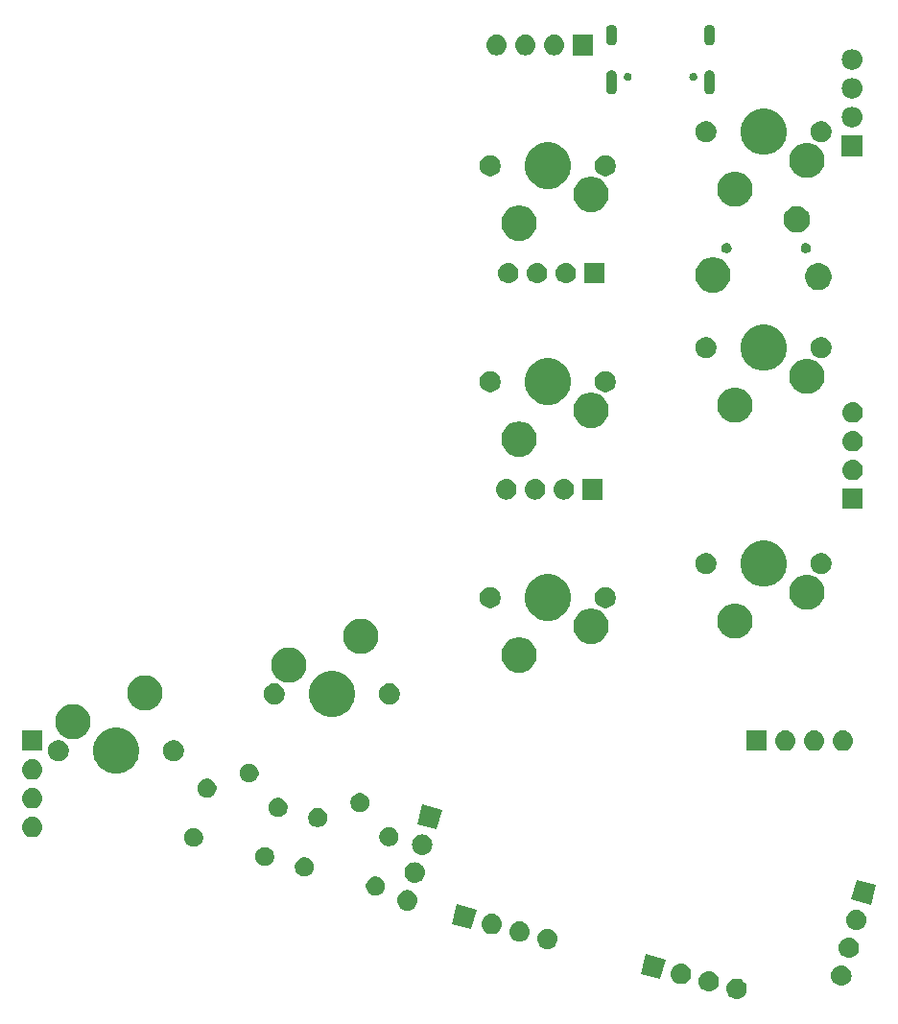
<source format=gbr>
G04 #@! TF.GenerationSoftware,KiCad,Pcbnew,(5.1.4)-1*
G04 #@! TF.CreationDate,2023-07-27T21:11:12-04:00*
G04 #@! TF.ProjectId,ThumbsUp,5468756d-6273-4557-902e-6b696361645f,rev?*
G04 #@! TF.SameCoordinates,Original*
G04 #@! TF.FileFunction,Soldermask,Top*
G04 #@! TF.FilePolarity,Negative*
%FSLAX46Y46*%
G04 Gerber Fmt 4.6, Leading zero omitted, Abs format (unit mm)*
G04 Created by KiCad (PCBNEW (5.1.4)-1) date 2023-07-27 21:11:12*
%MOMM*%
%LPD*%
G04 APERTURE LIST*
%ADD10C,0.100000*%
G04 APERTURE END LIST*
D10*
G36*
X118803587Y-472190671D02*
G01*
X118869772Y-472197190D01*
X119039611Y-472248710D01*
X119196136Y-472332375D01*
X119231874Y-472361705D01*
X119333331Y-472444967D01*
X119416593Y-472546424D01*
X119445923Y-472582162D01*
X119529588Y-472738687D01*
X119581108Y-472908526D01*
X119598504Y-473085153D01*
X119581108Y-473261780D01*
X119529588Y-473431619D01*
X119445923Y-473588144D01*
X119416593Y-473623882D01*
X119333331Y-473725339D01*
X119231874Y-473808601D01*
X119196136Y-473837931D01*
X119039611Y-473921596D01*
X118869772Y-473973116D01*
X118803587Y-473979635D01*
X118737405Y-473986153D01*
X118648885Y-473986153D01*
X118582703Y-473979635D01*
X118516518Y-473973116D01*
X118346679Y-473921596D01*
X118190154Y-473837931D01*
X118154416Y-473808601D01*
X118052959Y-473725339D01*
X117969697Y-473623882D01*
X117940367Y-473588144D01*
X117856702Y-473431619D01*
X117805182Y-473261780D01*
X117787786Y-473085153D01*
X117805182Y-472908526D01*
X117856702Y-472738687D01*
X117940367Y-472582162D01*
X117969697Y-472546424D01*
X118052959Y-472444967D01*
X118154416Y-472361705D01*
X118190154Y-472332375D01*
X118346679Y-472248710D01*
X118516518Y-472197190D01*
X118582703Y-472190671D01*
X118648885Y-472184153D01*
X118737405Y-472184153D01*
X118803587Y-472190671D01*
X118803587Y-472190671D01*
G37*
G36*
X116350136Y-471533272D02*
G01*
X116416320Y-471539790D01*
X116586159Y-471591310D01*
X116742684Y-471674975D01*
X116778422Y-471704305D01*
X116879879Y-471787567D01*
X116963141Y-471889024D01*
X116992471Y-471924762D01*
X117076136Y-472081287D01*
X117127656Y-472251126D01*
X117145052Y-472427753D01*
X117127656Y-472604380D01*
X117076136Y-472774219D01*
X116992471Y-472930744D01*
X116963141Y-472966482D01*
X116879879Y-473067939D01*
X116778422Y-473151201D01*
X116742684Y-473180531D01*
X116586159Y-473264196D01*
X116416320Y-473315716D01*
X116350135Y-473322235D01*
X116283953Y-473328753D01*
X116195433Y-473328753D01*
X116129251Y-473322235D01*
X116063066Y-473315716D01*
X115893227Y-473264196D01*
X115736702Y-473180531D01*
X115700964Y-473151201D01*
X115599507Y-473067939D01*
X115516245Y-472966482D01*
X115486915Y-472930744D01*
X115403250Y-472774219D01*
X115351730Y-472604380D01*
X115334334Y-472427753D01*
X115351730Y-472251126D01*
X115403250Y-472081287D01*
X115486915Y-471924762D01*
X115516245Y-471889024D01*
X115599507Y-471787567D01*
X115700964Y-471704305D01*
X115736702Y-471674975D01*
X115893227Y-471591310D01*
X116063066Y-471539790D01*
X116129250Y-471533272D01*
X116195433Y-471526753D01*
X116283953Y-471526753D01*
X116350136Y-471533272D01*
X116350136Y-471533272D01*
G37*
G36*
X128034119Y-471017573D02*
G01*
X128109416Y-471024989D01*
X128279255Y-471076509D01*
X128435780Y-471160174D01*
X128471518Y-471189504D01*
X128572975Y-471272766D01*
X128656237Y-471374223D01*
X128685567Y-471409961D01*
X128769232Y-471566486D01*
X128820752Y-471736325D01*
X128838148Y-471912952D01*
X128820752Y-472089579D01*
X128769232Y-472259418D01*
X128685567Y-472415943D01*
X128661747Y-472444967D01*
X128572975Y-472553138D01*
X128471518Y-472636400D01*
X128435780Y-472665730D01*
X128279255Y-472749395D01*
X128109416Y-472800915D01*
X128043232Y-472807433D01*
X127977049Y-472813952D01*
X127888529Y-472813952D01*
X127822346Y-472807433D01*
X127756162Y-472800915D01*
X127586323Y-472749395D01*
X127429798Y-472665730D01*
X127394060Y-472636400D01*
X127292603Y-472553138D01*
X127203831Y-472444967D01*
X127180011Y-472415943D01*
X127096346Y-472259418D01*
X127044826Y-472089579D01*
X127027430Y-471912952D01*
X127044826Y-471736325D01*
X127096346Y-471566486D01*
X127180011Y-471409961D01*
X127209341Y-471374223D01*
X127292603Y-471272766D01*
X127394060Y-471189504D01*
X127429798Y-471160174D01*
X127586323Y-471076509D01*
X127756162Y-471024989D01*
X127831459Y-471017573D01*
X127888529Y-471011952D01*
X127977049Y-471011952D01*
X128034119Y-471017573D01*
X128034119Y-471017573D01*
G37*
G36*
X113896685Y-470875871D02*
G01*
X113962869Y-470882389D01*
X114132708Y-470933909D01*
X114289233Y-471017574D01*
X114298268Y-471024989D01*
X114426428Y-471130166D01*
X114509690Y-471231623D01*
X114539020Y-471267361D01*
X114622685Y-471423886D01*
X114674205Y-471593725D01*
X114691601Y-471770352D01*
X114674205Y-471946979D01*
X114622685Y-472116818D01*
X114539020Y-472273343D01*
X114509690Y-472309081D01*
X114426428Y-472410538D01*
X114324971Y-472493800D01*
X114289233Y-472523130D01*
X114132708Y-472606795D01*
X113962869Y-472658315D01*
X113896684Y-472664834D01*
X113830502Y-472671352D01*
X113741982Y-472671352D01*
X113675800Y-472664834D01*
X113609615Y-472658315D01*
X113439776Y-472606795D01*
X113283251Y-472523130D01*
X113247513Y-472493800D01*
X113146056Y-472410538D01*
X113062794Y-472309081D01*
X113033464Y-472273343D01*
X112949799Y-472116818D01*
X112898279Y-471946979D01*
X112880883Y-471770352D01*
X112898279Y-471593725D01*
X112949799Y-471423886D01*
X113033464Y-471267361D01*
X113062794Y-471231623D01*
X113146056Y-471130166D01*
X113274216Y-471024989D01*
X113283251Y-471017574D01*
X113439776Y-470933909D01*
X113609615Y-470882389D01*
X113675799Y-470875871D01*
X113741982Y-470869352D01*
X113830502Y-470869352D01*
X113896685Y-470875871D01*
X113896685Y-470875871D01*
G37*
G36*
X112436285Y-470475849D02*
G01*
X111969893Y-472216447D01*
X110229295Y-471750055D01*
X110695687Y-470009457D01*
X112436285Y-470475849D01*
X112436285Y-470475849D01*
G37*
G36*
X128700632Y-468565019D02*
G01*
X128766816Y-468571537D01*
X128936655Y-468623057D01*
X129093180Y-468706722D01*
X129128918Y-468736052D01*
X129230375Y-468819314D01*
X129309490Y-468915717D01*
X129342967Y-468956509D01*
X129426632Y-469113034D01*
X129478152Y-469282873D01*
X129495548Y-469459500D01*
X129478152Y-469636127D01*
X129426632Y-469805966D01*
X129342967Y-469962491D01*
X129313637Y-469998229D01*
X129230375Y-470099686D01*
X129128918Y-470182948D01*
X129093180Y-470212278D01*
X128936655Y-470295943D01*
X128766816Y-470347463D01*
X128700632Y-470353981D01*
X128634449Y-470360500D01*
X128545929Y-470360500D01*
X128479746Y-470353981D01*
X128413562Y-470347463D01*
X128243723Y-470295943D01*
X128087198Y-470212278D01*
X128051460Y-470182948D01*
X127950003Y-470099686D01*
X127866741Y-469998229D01*
X127837411Y-469962491D01*
X127753746Y-469805966D01*
X127702226Y-469636127D01*
X127684830Y-469459500D01*
X127702226Y-469282873D01*
X127753746Y-469113034D01*
X127837411Y-468956509D01*
X127870888Y-468915717D01*
X127950003Y-468819314D01*
X128051460Y-468736052D01*
X128087198Y-468706722D01*
X128243723Y-468623057D01*
X128413562Y-468571537D01*
X128479746Y-468565019D01*
X128545929Y-468558500D01*
X128634449Y-468558500D01*
X128700632Y-468565019D01*
X128700632Y-468565019D01*
G37*
G36*
X102103586Y-467790672D02*
G01*
X102169771Y-467797191D01*
X102339610Y-467848711D01*
X102496135Y-467932376D01*
X102531873Y-467961706D01*
X102633330Y-468044968D01*
X102716592Y-468146425D01*
X102745922Y-468182163D01*
X102829587Y-468338688D01*
X102881107Y-468508527D01*
X102898503Y-468685154D01*
X102881107Y-468861781D01*
X102829587Y-469031620D01*
X102745922Y-469188145D01*
X102716592Y-469223883D01*
X102633330Y-469325340D01*
X102531873Y-469408602D01*
X102496135Y-469437932D01*
X102339610Y-469521597D01*
X102169771Y-469573117D01*
X102103586Y-469579636D01*
X102037404Y-469586154D01*
X101948884Y-469586154D01*
X101882702Y-469579636D01*
X101816517Y-469573117D01*
X101646678Y-469521597D01*
X101490153Y-469437932D01*
X101454415Y-469408602D01*
X101352958Y-469325340D01*
X101269696Y-469223883D01*
X101240366Y-469188145D01*
X101156701Y-469031620D01*
X101105181Y-468861781D01*
X101087785Y-468685154D01*
X101105181Y-468508527D01*
X101156701Y-468338688D01*
X101240366Y-468182163D01*
X101269696Y-468146425D01*
X101352958Y-468044968D01*
X101454415Y-467961706D01*
X101490153Y-467932376D01*
X101646678Y-467848711D01*
X101816517Y-467797191D01*
X101882702Y-467790672D01*
X101948884Y-467784154D01*
X102037404Y-467784154D01*
X102103586Y-467790672D01*
X102103586Y-467790672D01*
G37*
G36*
X99650134Y-467133272D02*
G01*
X99716319Y-467139791D01*
X99886158Y-467191311D01*
X100042683Y-467274976D01*
X100078421Y-467304306D01*
X100179878Y-467387568D01*
X100263140Y-467489025D01*
X100292470Y-467524763D01*
X100376135Y-467681288D01*
X100427655Y-467851127D01*
X100445051Y-468027754D01*
X100427655Y-468204381D01*
X100376135Y-468374220D01*
X100292470Y-468530745D01*
X100269692Y-468558500D01*
X100179878Y-468667940D01*
X100078421Y-468751202D01*
X100042683Y-468780532D01*
X99886158Y-468864197D01*
X99716319Y-468915717D01*
X99650134Y-468922236D01*
X99583952Y-468928754D01*
X99495432Y-468928754D01*
X99429250Y-468922236D01*
X99363065Y-468915717D01*
X99193226Y-468864197D01*
X99036701Y-468780532D01*
X99000963Y-468751202D01*
X98899506Y-468667940D01*
X98809692Y-468558500D01*
X98786914Y-468530745D01*
X98703249Y-468374220D01*
X98651729Y-468204381D01*
X98634333Y-468027754D01*
X98651729Y-467851127D01*
X98703249Y-467681288D01*
X98786914Y-467524763D01*
X98816244Y-467489025D01*
X98899506Y-467387568D01*
X99000963Y-467304306D01*
X99036701Y-467274976D01*
X99193226Y-467191311D01*
X99363065Y-467139791D01*
X99429250Y-467133272D01*
X99495432Y-467126754D01*
X99583952Y-467126754D01*
X99650134Y-467133272D01*
X99650134Y-467133272D01*
G37*
G36*
X97196683Y-466475871D02*
G01*
X97262868Y-466482390D01*
X97432707Y-466533910D01*
X97589232Y-466617575D01*
X97624970Y-466646905D01*
X97726427Y-466730167D01*
X97807882Y-466829422D01*
X97839019Y-466867362D01*
X97922684Y-467023887D01*
X97974204Y-467193726D01*
X97991600Y-467370353D01*
X97974204Y-467546980D01*
X97922684Y-467716819D01*
X97839019Y-467873344D01*
X97822057Y-467894012D01*
X97726427Y-468010539D01*
X97624970Y-468093801D01*
X97589232Y-468123131D01*
X97432707Y-468206796D01*
X97262868Y-468258316D01*
X97196683Y-468264835D01*
X97130501Y-468271353D01*
X97041981Y-468271353D01*
X96975799Y-468264835D01*
X96909614Y-468258316D01*
X96739775Y-468206796D01*
X96583250Y-468123131D01*
X96547512Y-468093801D01*
X96446055Y-468010539D01*
X96350425Y-467894012D01*
X96333463Y-467873344D01*
X96249798Y-467716819D01*
X96198278Y-467546980D01*
X96180882Y-467370353D01*
X96198278Y-467193726D01*
X96249798Y-467023887D01*
X96333463Y-466867362D01*
X96364600Y-466829422D01*
X96446055Y-466730167D01*
X96547512Y-466646905D01*
X96583250Y-466617575D01*
X96739775Y-466533910D01*
X96909614Y-466482390D01*
X96975799Y-466475871D01*
X97041981Y-466469353D01*
X97130501Y-466469353D01*
X97196683Y-466475871D01*
X97196683Y-466475871D01*
G37*
G36*
X129358033Y-466111568D02*
G01*
X129424217Y-466118086D01*
X129594056Y-466169606D01*
X129750581Y-466253271D01*
X129786319Y-466282601D01*
X129887776Y-466365863D01*
X129971038Y-466467320D01*
X130000368Y-466503058D01*
X130084033Y-466659583D01*
X130135553Y-466829422D01*
X130152949Y-467006049D01*
X130135553Y-467182676D01*
X130084033Y-467352515D01*
X130000368Y-467509040D01*
X129971038Y-467544778D01*
X129887776Y-467646235D01*
X129801768Y-467716819D01*
X129750581Y-467758827D01*
X129594056Y-467842492D01*
X129424217Y-467894012D01*
X129358033Y-467900530D01*
X129291850Y-467907049D01*
X129203330Y-467907049D01*
X129137147Y-467900530D01*
X129070963Y-467894012D01*
X128901124Y-467842492D01*
X128744599Y-467758827D01*
X128693412Y-467716819D01*
X128607404Y-467646235D01*
X128524142Y-467544778D01*
X128494812Y-467509040D01*
X128411147Y-467352515D01*
X128359627Y-467182676D01*
X128342231Y-467006049D01*
X128359627Y-466829422D01*
X128411147Y-466659583D01*
X128494812Y-466503058D01*
X128524142Y-466467320D01*
X128607404Y-466365863D01*
X128708861Y-466282601D01*
X128744599Y-466253271D01*
X128901124Y-466169606D01*
X129070963Y-466118086D01*
X129137147Y-466111568D01*
X129203330Y-466105049D01*
X129291850Y-466105049D01*
X129358033Y-466111568D01*
X129358033Y-466111568D01*
G37*
G36*
X95736284Y-466075850D02*
G01*
X95269892Y-467816448D01*
X93529294Y-467350056D01*
X93995686Y-465609458D01*
X95736284Y-466075850D01*
X95736284Y-466075850D01*
G37*
G36*
X89738399Y-464377339D02*
G01*
X89804583Y-464383857D01*
X89974422Y-464435377D01*
X90130947Y-464519042D01*
X90166685Y-464548372D01*
X90268142Y-464631634D01*
X90351404Y-464733091D01*
X90380734Y-464768829D01*
X90464399Y-464925354D01*
X90515919Y-465095193D01*
X90533315Y-465271820D01*
X90515919Y-465448447D01*
X90464399Y-465618286D01*
X90380734Y-465774811D01*
X90351404Y-465810549D01*
X90268142Y-465912006D01*
X90166685Y-465995268D01*
X90130947Y-466024598D01*
X89974422Y-466108263D01*
X89804583Y-466159783D01*
X89738398Y-466166302D01*
X89672216Y-466172820D01*
X89583696Y-466172820D01*
X89517514Y-466166302D01*
X89451329Y-466159783D01*
X89281490Y-466108263D01*
X89124965Y-466024598D01*
X89089227Y-465995268D01*
X88987770Y-465912006D01*
X88904508Y-465810549D01*
X88875178Y-465774811D01*
X88791513Y-465618286D01*
X88739993Y-465448447D01*
X88722597Y-465271820D01*
X88739993Y-465095193D01*
X88791513Y-464925354D01*
X88875178Y-464768829D01*
X88904508Y-464733091D01*
X88987770Y-464631634D01*
X89089227Y-464548372D01*
X89124965Y-464519042D01*
X89281490Y-464435377D01*
X89451329Y-464383857D01*
X89517513Y-464377339D01*
X89583696Y-464370820D01*
X89672216Y-464370820D01*
X89738399Y-464377339D01*
X89738399Y-464377339D01*
G37*
G36*
X131008485Y-463915494D02*
G01*
X130542093Y-465656092D01*
X128801495Y-465189700D01*
X129267887Y-463449102D01*
X131008485Y-463915494D01*
X131008485Y-463915494D01*
G37*
G36*
X87071239Y-463212676D02*
G01*
X87223836Y-463275883D01*
X87361170Y-463367647D01*
X87477964Y-463484441D01*
X87569728Y-463621775D01*
X87632935Y-463774372D01*
X87665158Y-463936367D01*
X87665158Y-464101539D01*
X87632935Y-464263534D01*
X87569728Y-464416131D01*
X87477964Y-464553465D01*
X87361170Y-464670259D01*
X87223836Y-464762023D01*
X87071239Y-464825230D01*
X86909244Y-464857453D01*
X86744072Y-464857453D01*
X86582077Y-464825230D01*
X86429480Y-464762023D01*
X86292146Y-464670259D01*
X86175352Y-464553465D01*
X86083588Y-464416131D01*
X86020381Y-464263534D01*
X85988158Y-464101539D01*
X85988158Y-463936367D01*
X86020381Y-463774372D01*
X86083588Y-463621775D01*
X86175352Y-463484441D01*
X86292146Y-463367647D01*
X86429480Y-463275883D01*
X86582077Y-463212676D01*
X86744072Y-463180453D01*
X86909244Y-463180453D01*
X87071239Y-463212676D01*
X87071239Y-463212676D01*
G37*
G36*
X90395799Y-461923887D02*
G01*
X90461983Y-461930405D01*
X90631822Y-461981925D01*
X90788347Y-462065590D01*
X90807237Y-462081093D01*
X90925542Y-462178182D01*
X90990597Y-462257453D01*
X91038134Y-462315377D01*
X91121799Y-462471902D01*
X91173319Y-462641741D01*
X91190715Y-462818368D01*
X91173319Y-462994995D01*
X91121799Y-463164834D01*
X91038134Y-463321359D01*
X91008804Y-463357097D01*
X90925542Y-463458554D01*
X90824085Y-463541816D01*
X90788347Y-463571146D01*
X90631822Y-463654811D01*
X90461983Y-463706331D01*
X90395799Y-463712849D01*
X90329616Y-463719368D01*
X90241096Y-463719368D01*
X90174913Y-463712849D01*
X90108729Y-463706331D01*
X89938890Y-463654811D01*
X89782365Y-463571146D01*
X89746627Y-463541816D01*
X89645170Y-463458554D01*
X89561908Y-463357097D01*
X89532578Y-463321359D01*
X89448913Y-463164834D01*
X89397393Y-462994995D01*
X89379997Y-462818368D01*
X89397393Y-462641741D01*
X89448913Y-462471902D01*
X89532578Y-462315377D01*
X89580115Y-462257453D01*
X89645170Y-462178182D01*
X89763475Y-462081093D01*
X89782365Y-462065590D01*
X89938890Y-461981925D01*
X90108729Y-461930405D01*
X90174913Y-461923887D01*
X90241096Y-461917368D01*
X90329616Y-461917368D01*
X90395799Y-461923887D01*
X90395799Y-461923887D01*
G37*
G36*
X80795667Y-461519397D02*
G01*
X80948264Y-461582604D01*
X81085598Y-461674368D01*
X81202392Y-461791162D01*
X81294156Y-461928496D01*
X81357363Y-462081093D01*
X81389586Y-462243088D01*
X81389586Y-462408260D01*
X81357363Y-462570255D01*
X81294156Y-462722852D01*
X81202392Y-462860186D01*
X81085598Y-462976980D01*
X80948264Y-463068744D01*
X80795667Y-463131951D01*
X80633672Y-463164174D01*
X80468500Y-463164174D01*
X80306505Y-463131951D01*
X80153908Y-463068744D01*
X80016574Y-462976980D01*
X79899780Y-462860186D01*
X79808016Y-462722852D01*
X79744809Y-462570255D01*
X79712586Y-462408260D01*
X79712586Y-462243088D01*
X79744809Y-462081093D01*
X79808016Y-461928496D01*
X79899780Y-461791162D01*
X80016574Y-461674368D01*
X80153908Y-461582604D01*
X80306505Y-461519397D01*
X80468500Y-461487174D01*
X80633672Y-461487174D01*
X80795667Y-461519397D01*
X80795667Y-461519397D01*
G37*
G36*
X77293494Y-460612676D02*
G01*
X77446091Y-460675883D01*
X77583425Y-460767647D01*
X77700219Y-460884441D01*
X77791983Y-461021775D01*
X77855190Y-461174372D01*
X77887413Y-461336367D01*
X77887413Y-461501539D01*
X77855190Y-461663534D01*
X77791983Y-461816131D01*
X77700219Y-461953465D01*
X77583425Y-462070259D01*
X77446091Y-462162023D01*
X77293494Y-462225230D01*
X77131499Y-462257453D01*
X76966327Y-462257453D01*
X76804332Y-462225230D01*
X76651735Y-462162023D01*
X76514401Y-462070259D01*
X76397607Y-461953465D01*
X76305843Y-461816131D01*
X76242636Y-461663534D01*
X76210413Y-461501539D01*
X76210413Y-461336367D01*
X76242636Y-461174372D01*
X76305843Y-461021775D01*
X76397607Y-460884441D01*
X76514401Y-460767647D01*
X76651735Y-460675883D01*
X76804332Y-460612676D01*
X76966327Y-460580453D01*
X77131499Y-460580453D01*
X77293494Y-460612676D01*
X77293494Y-460612676D01*
G37*
G36*
X91053200Y-459470436D02*
G01*
X91119384Y-459476954D01*
X91289223Y-459528474D01*
X91445748Y-459612139D01*
X91481486Y-459641469D01*
X91582943Y-459724731D01*
X91651492Y-459808260D01*
X91695535Y-459861926D01*
X91779200Y-460018451D01*
X91830720Y-460188290D01*
X91848116Y-460364917D01*
X91830720Y-460541544D01*
X91789968Y-460675884D01*
X91779199Y-460711385D01*
X91737367Y-460789646D01*
X91695535Y-460867908D01*
X91666205Y-460903646D01*
X91582943Y-461005103D01*
X91481486Y-461088365D01*
X91445748Y-461117695D01*
X91289223Y-461201360D01*
X91119384Y-461252880D01*
X91053200Y-461259398D01*
X90987017Y-461265917D01*
X90898497Y-461265917D01*
X90832314Y-461259398D01*
X90766130Y-461252880D01*
X90596291Y-461201360D01*
X90439766Y-461117695D01*
X90404028Y-461088365D01*
X90302571Y-461005103D01*
X90219309Y-460903646D01*
X90189979Y-460867908D01*
X90148147Y-460789646D01*
X90106315Y-460711385D01*
X90095546Y-460675884D01*
X90054794Y-460541544D01*
X90037398Y-460364917D01*
X90054794Y-460188290D01*
X90106314Y-460018451D01*
X90189979Y-459861926D01*
X90234022Y-459808260D01*
X90302571Y-459724731D01*
X90404028Y-459641469D01*
X90439766Y-459612139D01*
X90596291Y-459528474D01*
X90766130Y-459476954D01*
X90832314Y-459470436D01*
X90898497Y-459463917D01*
X90987017Y-459463917D01*
X91053200Y-459470436D01*
X91053200Y-459470436D01*
G37*
G36*
X71017922Y-458919397D02*
G01*
X71170519Y-458982604D01*
X71307853Y-459074368D01*
X71424647Y-459191162D01*
X71516411Y-459328496D01*
X71579618Y-459481093D01*
X71611841Y-459643088D01*
X71611841Y-459808260D01*
X71579618Y-459970255D01*
X71516411Y-460122852D01*
X71424647Y-460260186D01*
X71307853Y-460376980D01*
X71170519Y-460468744D01*
X71017922Y-460531951D01*
X70855927Y-460564174D01*
X70690755Y-460564174D01*
X70528760Y-460531951D01*
X70376163Y-460468744D01*
X70238829Y-460376980D01*
X70122035Y-460260186D01*
X70030271Y-460122852D01*
X69967064Y-459970255D01*
X69934841Y-459808260D01*
X69934841Y-459643088D01*
X69967064Y-459481093D01*
X70030271Y-459328496D01*
X70122035Y-459191162D01*
X70238829Y-459074368D01*
X70376163Y-458982604D01*
X70528760Y-458919397D01*
X70690755Y-458887174D01*
X70855927Y-458887174D01*
X71017922Y-458919397D01*
X71017922Y-458919397D01*
G37*
G36*
X88243509Y-458868049D02*
G01*
X88396106Y-458931256D01*
X88533440Y-459023020D01*
X88650234Y-459139814D01*
X88741998Y-459277148D01*
X88805205Y-459429745D01*
X88837428Y-459591740D01*
X88837428Y-459756912D01*
X88805205Y-459918907D01*
X88741998Y-460071504D01*
X88650234Y-460208838D01*
X88533440Y-460325632D01*
X88396106Y-460417396D01*
X88243509Y-460480603D01*
X88081514Y-460512826D01*
X87916342Y-460512826D01*
X87754347Y-460480603D01*
X87601750Y-460417396D01*
X87464416Y-460325632D01*
X87347622Y-460208838D01*
X87255858Y-460071504D01*
X87192651Y-459918907D01*
X87160428Y-459756912D01*
X87160428Y-459591740D01*
X87192651Y-459429745D01*
X87255858Y-459277148D01*
X87347622Y-459139814D01*
X87464416Y-459023020D01*
X87601750Y-458931256D01*
X87754347Y-458868049D01*
X87916342Y-458835826D01*
X88081514Y-458835826D01*
X88243509Y-458868049D01*
X88243509Y-458868049D01*
G37*
G36*
X56643231Y-457918470D02*
G01*
X56709416Y-457924989D01*
X56879255Y-457976509D01*
X57035780Y-458060174D01*
X57071518Y-458089504D01*
X57172975Y-458172766D01*
X57256237Y-458274223D01*
X57285567Y-458309961D01*
X57369232Y-458466486D01*
X57420752Y-458636325D01*
X57438148Y-458812952D01*
X57420752Y-458989579D01*
X57369232Y-459159418D01*
X57285567Y-459315943D01*
X57275265Y-459328496D01*
X57172975Y-459453138D01*
X57081176Y-459528474D01*
X57035780Y-459565730D01*
X57035778Y-459565731D01*
X56891055Y-459643088D01*
X56879255Y-459649395D01*
X56709416Y-459700915D01*
X56643232Y-459707433D01*
X56577049Y-459713952D01*
X56488529Y-459713952D01*
X56422346Y-459707433D01*
X56356162Y-459700915D01*
X56186323Y-459649395D01*
X56174524Y-459643088D01*
X56029800Y-459565731D01*
X56029798Y-459565730D01*
X55984402Y-459528474D01*
X55892603Y-459453138D01*
X55790313Y-459328496D01*
X55780011Y-459315943D01*
X55696346Y-459159418D01*
X55644826Y-458989579D01*
X55627430Y-458812952D01*
X55644826Y-458636325D01*
X55696346Y-458466486D01*
X55780011Y-458309961D01*
X55809341Y-458274223D01*
X55892603Y-458172766D01*
X55994060Y-458089504D01*
X56029798Y-458060174D01*
X56186323Y-457976509D01*
X56356162Y-457924989D01*
X56422347Y-457918470D01*
X56488529Y-457911952D01*
X56577049Y-457911952D01*
X56643231Y-457918470D01*
X56643231Y-457918470D01*
G37*
G36*
X92703652Y-457274362D02*
G01*
X92237260Y-459014960D01*
X90496662Y-458548568D01*
X90963054Y-456807970D01*
X92703652Y-457274362D01*
X92703652Y-457274362D01*
G37*
G36*
X81967937Y-457174770D02*
G01*
X82120534Y-457237977D01*
X82257868Y-457329741D01*
X82374662Y-457446535D01*
X82466426Y-457583869D01*
X82529633Y-457736466D01*
X82561856Y-457898461D01*
X82561856Y-458063633D01*
X82529633Y-458225628D01*
X82466426Y-458378225D01*
X82374662Y-458515559D01*
X82257868Y-458632353D01*
X82120534Y-458724117D01*
X81967937Y-458787324D01*
X81805942Y-458819547D01*
X81640770Y-458819547D01*
X81478775Y-458787324D01*
X81326178Y-458724117D01*
X81188844Y-458632353D01*
X81072050Y-458515559D01*
X80980286Y-458378225D01*
X80917079Y-458225628D01*
X80884856Y-458063633D01*
X80884856Y-457898461D01*
X80917079Y-457736466D01*
X80980286Y-457583869D01*
X81072050Y-457446535D01*
X81188844Y-457329741D01*
X81326178Y-457237977D01*
X81478775Y-457174770D01*
X81640770Y-457142547D01*
X81805942Y-457142547D01*
X81967937Y-457174770D01*
X81967937Y-457174770D01*
G37*
G36*
X78465764Y-456268049D02*
G01*
X78618361Y-456331256D01*
X78755695Y-456423020D01*
X78872489Y-456539814D01*
X78964253Y-456677148D01*
X79027460Y-456829745D01*
X79059683Y-456991740D01*
X79059683Y-457156912D01*
X79027460Y-457318907D01*
X78964253Y-457471504D01*
X78872489Y-457608838D01*
X78755695Y-457725632D01*
X78618361Y-457817396D01*
X78465764Y-457880603D01*
X78303769Y-457912826D01*
X78138597Y-457912826D01*
X77976602Y-457880603D01*
X77824005Y-457817396D01*
X77686671Y-457725632D01*
X77569877Y-457608838D01*
X77478113Y-457471504D01*
X77414906Y-457318907D01*
X77382683Y-457156912D01*
X77382683Y-456991740D01*
X77414906Y-456829745D01*
X77478113Y-456677148D01*
X77569877Y-456539814D01*
X77686671Y-456423020D01*
X77824005Y-456331256D01*
X77976602Y-456268049D01*
X78138597Y-456235826D01*
X78303769Y-456235826D01*
X78465764Y-456268049D01*
X78465764Y-456268049D01*
G37*
G36*
X85691858Y-455849096D02*
G01*
X85844455Y-455912303D01*
X85981789Y-456004067D01*
X86098583Y-456120861D01*
X86190347Y-456258195D01*
X86253554Y-456410792D01*
X86285777Y-456572787D01*
X86285777Y-456737959D01*
X86253554Y-456899954D01*
X86190347Y-457052551D01*
X86098583Y-457189885D01*
X85981789Y-457306679D01*
X85844455Y-457398443D01*
X85691858Y-457461650D01*
X85529863Y-457493873D01*
X85364691Y-457493873D01*
X85202696Y-457461650D01*
X85050099Y-457398443D01*
X84912765Y-457306679D01*
X84795971Y-457189885D01*
X84704207Y-457052551D01*
X84641000Y-456899954D01*
X84608777Y-456737959D01*
X84608777Y-456572787D01*
X84641000Y-456410792D01*
X84704207Y-456258195D01*
X84795971Y-456120861D01*
X84912765Y-456004067D01*
X85050099Y-455912303D01*
X85202696Y-455849096D01*
X85364691Y-455816873D01*
X85529863Y-455816873D01*
X85691858Y-455849096D01*
X85691858Y-455849096D01*
G37*
G36*
X56643231Y-455378470D02*
G01*
X56709416Y-455384989D01*
X56879255Y-455436509D01*
X57035780Y-455520174D01*
X57071518Y-455549504D01*
X57172975Y-455632766D01*
X57256237Y-455734223D01*
X57285567Y-455769961D01*
X57369232Y-455926486D01*
X57420752Y-456096325D01*
X57438148Y-456272952D01*
X57420752Y-456449579D01*
X57369232Y-456619418D01*
X57285567Y-456775943D01*
X57259283Y-456807970D01*
X57172975Y-456913138D01*
X57071518Y-456996400D01*
X57035780Y-457025730D01*
X56879255Y-457109395D01*
X56709416Y-457160915D01*
X56643231Y-457167434D01*
X56577049Y-457173952D01*
X56488529Y-457173952D01*
X56422347Y-457167434D01*
X56356162Y-457160915D01*
X56186323Y-457109395D01*
X56029798Y-457025730D01*
X55994060Y-456996400D01*
X55892603Y-456913138D01*
X55806295Y-456807970D01*
X55780011Y-456775943D01*
X55696346Y-456619418D01*
X55644826Y-456449579D01*
X55627430Y-456272952D01*
X55644826Y-456096325D01*
X55696346Y-455926486D01*
X55780011Y-455769961D01*
X55809341Y-455734223D01*
X55892603Y-455632766D01*
X55994060Y-455549504D01*
X56029798Y-455520174D01*
X56186323Y-455436509D01*
X56356162Y-455384989D01*
X56422347Y-455378470D01*
X56488529Y-455371952D01*
X56577049Y-455371952D01*
X56643231Y-455378470D01*
X56643231Y-455378470D01*
G37*
G36*
X72190192Y-454574770D02*
G01*
X72342789Y-454637977D01*
X72480123Y-454729741D01*
X72596917Y-454846535D01*
X72688681Y-454983869D01*
X72751888Y-455136466D01*
X72784111Y-455298461D01*
X72784111Y-455463633D01*
X72751888Y-455625628D01*
X72688681Y-455778225D01*
X72596917Y-455915559D01*
X72480123Y-456032353D01*
X72342789Y-456124117D01*
X72190192Y-456187324D01*
X72028197Y-456219547D01*
X71863025Y-456219547D01*
X71701030Y-456187324D01*
X71548433Y-456124117D01*
X71411099Y-456032353D01*
X71294305Y-455915559D01*
X71202541Y-455778225D01*
X71139334Y-455625628D01*
X71107111Y-455463633D01*
X71107111Y-455298461D01*
X71139334Y-455136466D01*
X71202541Y-454983869D01*
X71294305Y-454846535D01*
X71411099Y-454729741D01*
X71548433Y-454637977D01*
X71701030Y-454574770D01*
X71863025Y-454542547D01*
X72028197Y-454542547D01*
X72190192Y-454574770D01*
X72190192Y-454574770D01*
G37*
G36*
X75914113Y-453249096D02*
G01*
X76066710Y-453312303D01*
X76204044Y-453404067D01*
X76320838Y-453520861D01*
X76412602Y-453658195D01*
X76475809Y-453810792D01*
X76508032Y-453972787D01*
X76508032Y-454137959D01*
X76475809Y-454299954D01*
X76412602Y-454452551D01*
X76320838Y-454589885D01*
X76204044Y-454706679D01*
X76066710Y-454798443D01*
X75914113Y-454861650D01*
X75752118Y-454893873D01*
X75586946Y-454893873D01*
X75424951Y-454861650D01*
X75272354Y-454798443D01*
X75135020Y-454706679D01*
X75018226Y-454589885D01*
X74926462Y-454452551D01*
X74863255Y-454299954D01*
X74831032Y-454137959D01*
X74831032Y-453972787D01*
X74863255Y-453810792D01*
X74926462Y-453658195D01*
X75018226Y-453520861D01*
X75135020Y-453404067D01*
X75272354Y-453312303D01*
X75424951Y-453249096D01*
X75586946Y-453216873D01*
X75752118Y-453216873D01*
X75914113Y-453249096D01*
X75914113Y-453249096D01*
G37*
G36*
X56643232Y-452838471D02*
G01*
X56709416Y-452844989D01*
X56879255Y-452896509D01*
X57035780Y-452980174D01*
X57071518Y-453009504D01*
X57172975Y-453092766D01*
X57256237Y-453194223D01*
X57285567Y-453229961D01*
X57369232Y-453386486D01*
X57420752Y-453556325D01*
X57438148Y-453732952D01*
X57420752Y-453909579D01*
X57369232Y-454079418D01*
X57285567Y-454235943D01*
X57256237Y-454271681D01*
X57172975Y-454373138D01*
X57076207Y-454452552D01*
X57035780Y-454485730D01*
X56879255Y-454569395D01*
X56709416Y-454620915D01*
X56643232Y-454627433D01*
X56577049Y-454633952D01*
X56488529Y-454633952D01*
X56422346Y-454627433D01*
X56356162Y-454620915D01*
X56186323Y-454569395D01*
X56029798Y-454485730D01*
X55989371Y-454452552D01*
X55892603Y-454373138D01*
X55809341Y-454271681D01*
X55780011Y-454235943D01*
X55696346Y-454079418D01*
X55644826Y-453909579D01*
X55627430Y-453732952D01*
X55644826Y-453556325D01*
X55696346Y-453386486D01*
X55780011Y-453229961D01*
X55809341Y-453194223D01*
X55892603Y-453092766D01*
X55994060Y-453009504D01*
X56029798Y-452980174D01*
X56186323Y-452896509D01*
X56356162Y-452844989D01*
X56422346Y-452838471D01*
X56488529Y-452831952D01*
X56577049Y-452831952D01*
X56643232Y-452838471D01*
X56643232Y-452838471D01*
G37*
G36*
X64529263Y-450096636D02*
G01*
X64747263Y-450186935D01*
X64901412Y-450250785D01*
X65236337Y-450474575D01*
X65521166Y-450759404D01*
X65744956Y-451094329D01*
X65806264Y-451242341D01*
X65899105Y-451466478D01*
X65977689Y-451861546D01*
X65977689Y-452264358D01*
X65899105Y-452659426D01*
X65848240Y-452782224D01*
X65744956Y-453031575D01*
X65521166Y-453366500D01*
X65236337Y-453651329D01*
X64901412Y-453875119D01*
X64747263Y-453938969D01*
X64529263Y-454029268D01*
X64134195Y-454107852D01*
X63731383Y-454107852D01*
X63336315Y-454029268D01*
X63118315Y-453938969D01*
X62964166Y-453875119D01*
X62629241Y-453651329D01*
X62344412Y-453366500D01*
X62120622Y-453031575D01*
X62017338Y-452782224D01*
X61966473Y-452659426D01*
X61887889Y-452264358D01*
X61887889Y-451861546D01*
X61966473Y-451466478D01*
X62059314Y-451242341D01*
X62120622Y-451094329D01*
X62344412Y-450759404D01*
X62629241Y-450474575D01*
X62964166Y-450250785D01*
X63118315Y-450186935D01*
X63336315Y-450096636D01*
X63731383Y-450018052D01*
X64134195Y-450018052D01*
X64529263Y-450096636D01*
X64529263Y-450096636D01*
G37*
G36*
X59122893Y-451172537D02*
G01*
X59291415Y-451242341D01*
X59443080Y-451343680D01*
X59572061Y-451472661D01*
X59673400Y-451624326D01*
X59743204Y-451792848D01*
X59778789Y-451971749D01*
X59778789Y-452154155D01*
X59743204Y-452333056D01*
X59673400Y-452501578D01*
X59572061Y-452653243D01*
X59443080Y-452782224D01*
X59291415Y-452883563D01*
X59122893Y-452953367D01*
X58943992Y-452988952D01*
X58761586Y-452988952D01*
X58582685Y-452953367D01*
X58414163Y-452883563D01*
X58262498Y-452782224D01*
X58133517Y-452653243D01*
X58032178Y-452501578D01*
X57962374Y-452333056D01*
X57926789Y-452154155D01*
X57926789Y-451971749D01*
X57962374Y-451792848D01*
X58032178Y-451624326D01*
X58133517Y-451472661D01*
X58262498Y-451343680D01*
X58414163Y-451242341D01*
X58582685Y-451172537D01*
X58761586Y-451136952D01*
X58943992Y-451136952D01*
X59122893Y-451172537D01*
X59122893Y-451172537D01*
G37*
G36*
X69282893Y-451172537D02*
G01*
X69451415Y-451242341D01*
X69603080Y-451343680D01*
X69732061Y-451472661D01*
X69833400Y-451624326D01*
X69903204Y-451792848D01*
X69938789Y-451971749D01*
X69938789Y-452154155D01*
X69903204Y-452333056D01*
X69833400Y-452501578D01*
X69732061Y-452653243D01*
X69603080Y-452782224D01*
X69451415Y-452883563D01*
X69282893Y-452953367D01*
X69103992Y-452988952D01*
X68921586Y-452988952D01*
X68742685Y-452953367D01*
X68574163Y-452883563D01*
X68422498Y-452782224D01*
X68293517Y-452653243D01*
X68192178Y-452501578D01*
X68122374Y-452333056D01*
X68086789Y-452154155D01*
X68086789Y-451971749D01*
X68122374Y-451792848D01*
X68192178Y-451624326D01*
X68293517Y-451472661D01*
X68422498Y-451343680D01*
X68574163Y-451242341D01*
X68742685Y-451172537D01*
X68921586Y-451136952D01*
X69103992Y-451136952D01*
X69282893Y-451172537D01*
X69282893Y-451172537D01*
G37*
G36*
X57433789Y-452093952D02*
G01*
X55631789Y-452093952D01*
X55631789Y-450291952D01*
X57433789Y-450291952D01*
X57433789Y-452093952D01*
X57433789Y-452093952D01*
G37*
G36*
X123098870Y-450286840D02*
G01*
X123165055Y-450293359D01*
X123334894Y-450344879D01*
X123491419Y-450428544D01*
X123527157Y-450457874D01*
X123628614Y-450541136D01*
X123711876Y-450642593D01*
X123741206Y-450678331D01*
X123824871Y-450834856D01*
X123876391Y-451004695D01*
X123893787Y-451181322D01*
X123876391Y-451357949D01*
X123824871Y-451527788D01*
X123741206Y-451684313D01*
X123711876Y-451720051D01*
X123628614Y-451821508D01*
X123527157Y-451904770D01*
X123491419Y-451934100D01*
X123334894Y-452017765D01*
X123165055Y-452069285D01*
X123098871Y-452075803D01*
X123032688Y-452082322D01*
X122944168Y-452082322D01*
X122877985Y-452075803D01*
X122811801Y-452069285D01*
X122641962Y-452017765D01*
X122485437Y-451934100D01*
X122449699Y-451904770D01*
X122348242Y-451821508D01*
X122264980Y-451720051D01*
X122235650Y-451684313D01*
X122151985Y-451527788D01*
X122100465Y-451357949D01*
X122083069Y-451181322D01*
X122100465Y-451004695D01*
X122151985Y-450834856D01*
X122235650Y-450678331D01*
X122264980Y-450642593D01*
X122348242Y-450541136D01*
X122449699Y-450457874D01*
X122485437Y-450428544D01*
X122641962Y-450344879D01*
X122811801Y-450293359D01*
X122877986Y-450286840D01*
X122944168Y-450280322D01*
X123032688Y-450280322D01*
X123098870Y-450286840D01*
X123098870Y-450286840D01*
G37*
G36*
X128178870Y-450286840D02*
G01*
X128245055Y-450293359D01*
X128414894Y-450344879D01*
X128571419Y-450428544D01*
X128607157Y-450457874D01*
X128708614Y-450541136D01*
X128791876Y-450642593D01*
X128821206Y-450678331D01*
X128904871Y-450834856D01*
X128956391Y-451004695D01*
X128973787Y-451181322D01*
X128956391Y-451357949D01*
X128904871Y-451527788D01*
X128821206Y-451684313D01*
X128791876Y-451720051D01*
X128708614Y-451821508D01*
X128607157Y-451904770D01*
X128571419Y-451934100D01*
X128414894Y-452017765D01*
X128245055Y-452069285D01*
X128178871Y-452075803D01*
X128112688Y-452082322D01*
X128024168Y-452082322D01*
X127957985Y-452075803D01*
X127891801Y-452069285D01*
X127721962Y-452017765D01*
X127565437Y-451934100D01*
X127529699Y-451904770D01*
X127428242Y-451821508D01*
X127344980Y-451720051D01*
X127315650Y-451684313D01*
X127231985Y-451527788D01*
X127180465Y-451357949D01*
X127163069Y-451181322D01*
X127180465Y-451004695D01*
X127231985Y-450834856D01*
X127315650Y-450678331D01*
X127344980Y-450642593D01*
X127428242Y-450541136D01*
X127529699Y-450457874D01*
X127565437Y-450428544D01*
X127721962Y-450344879D01*
X127891801Y-450293359D01*
X127957986Y-450286840D01*
X128024168Y-450280322D01*
X128112688Y-450280322D01*
X128178870Y-450286840D01*
X128178870Y-450286840D01*
G37*
G36*
X121349428Y-452082322D02*
G01*
X119547428Y-452082322D01*
X119547428Y-450280322D01*
X121349428Y-450280322D01*
X121349428Y-452082322D01*
X121349428Y-452082322D01*
G37*
G36*
X125638870Y-450286840D02*
G01*
X125705055Y-450293359D01*
X125874894Y-450344879D01*
X126031419Y-450428544D01*
X126067157Y-450457874D01*
X126168614Y-450541136D01*
X126251876Y-450642593D01*
X126281206Y-450678331D01*
X126364871Y-450834856D01*
X126416391Y-451004695D01*
X126433787Y-451181322D01*
X126416391Y-451357949D01*
X126364871Y-451527788D01*
X126281206Y-451684313D01*
X126251876Y-451720051D01*
X126168614Y-451821508D01*
X126067157Y-451904770D01*
X126031419Y-451934100D01*
X125874894Y-452017765D01*
X125705055Y-452069285D01*
X125638871Y-452075803D01*
X125572688Y-452082322D01*
X125484168Y-452082322D01*
X125417985Y-452075803D01*
X125351801Y-452069285D01*
X125181962Y-452017765D01*
X125025437Y-451934100D01*
X124989699Y-451904770D01*
X124888242Y-451821508D01*
X124804980Y-451720051D01*
X124775650Y-451684313D01*
X124691985Y-451527788D01*
X124640465Y-451357949D01*
X124623069Y-451181322D01*
X124640465Y-451004695D01*
X124691985Y-450834856D01*
X124775650Y-450678331D01*
X124804980Y-450642593D01*
X124888242Y-450541136D01*
X124989699Y-450457874D01*
X125025437Y-450428544D01*
X125181962Y-450344879D01*
X125351801Y-450293359D01*
X125417986Y-450286840D01*
X125484168Y-450280322D01*
X125572688Y-450280322D01*
X125638870Y-450286840D01*
X125638870Y-450286840D01*
G37*
G36*
X60361019Y-447988953D02*
G01*
X60575199Y-448031556D01*
X60857463Y-448148473D01*
X61111494Y-448318211D01*
X61327530Y-448534247D01*
X61497268Y-448788278D01*
X61614185Y-449070542D01*
X61673789Y-449370192D01*
X61673789Y-449675712D01*
X61614185Y-449975362D01*
X61497268Y-450257626D01*
X61327530Y-450511657D01*
X61111494Y-450727693D01*
X60857463Y-450897431D01*
X60575199Y-451014348D01*
X60425374Y-451044150D01*
X60275550Y-451073952D01*
X59970028Y-451073952D01*
X59820204Y-451044150D01*
X59670379Y-451014348D01*
X59388115Y-450897431D01*
X59134084Y-450727693D01*
X58918048Y-450511657D01*
X58748310Y-450257626D01*
X58631393Y-449975362D01*
X58571789Y-449675712D01*
X58571789Y-449370192D01*
X58631393Y-449070542D01*
X58748310Y-448788278D01*
X58918048Y-448534247D01*
X59134084Y-448318211D01*
X59388115Y-448148473D01*
X59670379Y-448031556D01*
X59884559Y-447988953D01*
X59970028Y-447971952D01*
X60275550Y-447971952D01*
X60361019Y-447988953D01*
X60361019Y-447988953D01*
G37*
G36*
X83579263Y-445096637D02*
G01*
X83797263Y-445186936D01*
X83951412Y-445250786D01*
X84286337Y-445474576D01*
X84571166Y-445759405D01*
X84794956Y-446094330D01*
X84827351Y-446172539D01*
X84949105Y-446466479D01*
X85027689Y-446861547D01*
X85027689Y-447264359D01*
X84949105Y-447659427D01*
X84898240Y-447782225D01*
X84794956Y-448031576D01*
X84571166Y-448366501D01*
X84286337Y-448651330D01*
X83951412Y-448875120D01*
X83797263Y-448938970D01*
X83579263Y-449029269D01*
X83184195Y-449107853D01*
X82781383Y-449107853D01*
X82386315Y-449029269D01*
X82168315Y-448938970D01*
X82014166Y-448875120D01*
X81679241Y-448651330D01*
X81394412Y-448366501D01*
X81170622Y-448031576D01*
X81067338Y-447782225D01*
X81016473Y-447659427D01*
X80937889Y-447264359D01*
X80937889Y-446861547D01*
X81016473Y-446466479D01*
X81138227Y-446172539D01*
X81170622Y-446094330D01*
X81394412Y-445759405D01*
X81679241Y-445474576D01*
X82014166Y-445250786D01*
X82168315Y-445186936D01*
X82386315Y-445096637D01*
X82781383Y-445018053D01*
X83184195Y-445018053D01*
X83579263Y-445096637D01*
X83579263Y-445096637D01*
G37*
G36*
X66775374Y-445461754D02*
G01*
X66925199Y-445491556D01*
X67207463Y-445608473D01*
X67461494Y-445778211D01*
X67677530Y-445994247D01*
X67847268Y-446248278D01*
X67964185Y-446530542D01*
X68023789Y-446830192D01*
X68023789Y-447135712D01*
X67964185Y-447435362D01*
X67847268Y-447717626D01*
X67677530Y-447971657D01*
X67461494Y-448187693D01*
X67207463Y-448357431D01*
X66925199Y-448474348D01*
X66775374Y-448504150D01*
X66625550Y-448533952D01*
X66320028Y-448533952D01*
X66170204Y-448504150D01*
X66020379Y-448474348D01*
X65738115Y-448357431D01*
X65484084Y-448187693D01*
X65268048Y-447971657D01*
X65098310Y-447717626D01*
X64981393Y-447435362D01*
X64921789Y-447135712D01*
X64921789Y-446830192D01*
X64981393Y-446530542D01*
X65098310Y-446248278D01*
X65268048Y-445994247D01*
X65484084Y-445778211D01*
X65738115Y-445608473D01*
X66020379Y-445491556D01*
X66170204Y-445461754D01*
X66320028Y-445431952D01*
X66625550Y-445431952D01*
X66775374Y-445461754D01*
X66775374Y-445461754D01*
G37*
G36*
X88332893Y-446172538D02*
G01*
X88501415Y-446242342D01*
X88653080Y-446343681D01*
X88782061Y-446472662D01*
X88883400Y-446624327D01*
X88953204Y-446792849D01*
X88988789Y-446971750D01*
X88988789Y-447154156D01*
X88953204Y-447333057D01*
X88883400Y-447501579D01*
X88782061Y-447653244D01*
X88653080Y-447782225D01*
X88501415Y-447883564D01*
X88332893Y-447953368D01*
X88153992Y-447988953D01*
X87971586Y-447988953D01*
X87792685Y-447953368D01*
X87624163Y-447883564D01*
X87472498Y-447782225D01*
X87343517Y-447653244D01*
X87242178Y-447501579D01*
X87172374Y-447333057D01*
X87136789Y-447154156D01*
X87136789Y-446971750D01*
X87172374Y-446792849D01*
X87242178Y-446624327D01*
X87343517Y-446472662D01*
X87472498Y-446343681D01*
X87624163Y-446242342D01*
X87792685Y-446172538D01*
X87971586Y-446136953D01*
X88153992Y-446136953D01*
X88332893Y-446172538D01*
X88332893Y-446172538D01*
G37*
G36*
X78172893Y-446172538D02*
G01*
X78341415Y-446242342D01*
X78493080Y-446343681D01*
X78622061Y-446472662D01*
X78723400Y-446624327D01*
X78793204Y-446792849D01*
X78828789Y-446971750D01*
X78828789Y-447154156D01*
X78793204Y-447333057D01*
X78723400Y-447501579D01*
X78622061Y-447653244D01*
X78493080Y-447782225D01*
X78341415Y-447883564D01*
X78172893Y-447953368D01*
X77993992Y-447988953D01*
X77811586Y-447988953D01*
X77632685Y-447953368D01*
X77464163Y-447883564D01*
X77312498Y-447782225D01*
X77183517Y-447653244D01*
X77082178Y-447501579D01*
X77012374Y-447333057D01*
X76976789Y-447154156D01*
X76976789Y-446971750D01*
X77012374Y-446792849D01*
X77082178Y-446624327D01*
X77183517Y-446472662D01*
X77312498Y-446343681D01*
X77464163Y-446242342D01*
X77632685Y-446172538D01*
X77811586Y-446136953D01*
X77993992Y-446136953D01*
X78172893Y-446172538D01*
X78172893Y-446172538D01*
G37*
G36*
X79475374Y-443001755D02*
G01*
X79625199Y-443031557D01*
X79907463Y-443148474D01*
X80161494Y-443318212D01*
X80377530Y-443534248D01*
X80547268Y-443788279D01*
X80664185Y-444070543D01*
X80723789Y-444370193D01*
X80723789Y-444675713D01*
X80664185Y-444975363D01*
X80547268Y-445257627D01*
X80377530Y-445511658D01*
X80161494Y-445727694D01*
X79907463Y-445897432D01*
X79625199Y-446014349D01*
X79475374Y-446044151D01*
X79325550Y-446073953D01*
X79020028Y-446073953D01*
X78870204Y-446044151D01*
X78720379Y-446014349D01*
X78438115Y-445897432D01*
X78184084Y-445727694D01*
X77968048Y-445511658D01*
X77798310Y-445257627D01*
X77681393Y-444975363D01*
X77621789Y-444675713D01*
X77621789Y-444370193D01*
X77681393Y-444070543D01*
X77798310Y-443788279D01*
X77968048Y-443534248D01*
X78184084Y-443318212D01*
X78438115Y-443148474D01*
X78720379Y-443031557D01*
X78870204Y-443001755D01*
X79020028Y-442971953D01*
X79325550Y-442971953D01*
X79475374Y-443001755D01*
X79475374Y-443001755D01*
G37*
G36*
X99795375Y-442121754D02*
G01*
X99945200Y-442151556D01*
X100227464Y-442268473D01*
X100481495Y-442438211D01*
X100697531Y-442654247D01*
X100867269Y-442908278D01*
X100984186Y-443190542D01*
X101043790Y-443490192D01*
X101043790Y-443795712D01*
X100984186Y-444095362D01*
X100867269Y-444377626D01*
X100697531Y-444631657D01*
X100481495Y-444847693D01*
X100227464Y-445017431D01*
X99945200Y-445134348D01*
X99795375Y-445164150D01*
X99645551Y-445193952D01*
X99340029Y-445193952D01*
X99190205Y-445164150D01*
X99040380Y-445134348D01*
X98758116Y-445017431D01*
X98504085Y-444847693D01*
X98288049Y-444631657D01*
X98118311Y-444377626D01*
X98001394Y-444095362D01*
X97941790Y-443795712D01*
X97941790Y-443490192D01*
X98001394Y-443190542D01*
X98118311Y-442908278D01*
X98288049Y-442654247D01*
X98504085Y-442438211D01*
X98758116Y-442268473D01*
X99040380Y-442151556D01*
X99190205Y-442121754D01*
X99340029Y-442091952D01*
X99645551Y-442091952D01*
X99795375Y-442121754D01*
X99795375Y-442121754D01*
G37*
G36*
X85825374Y-440461755D02*
G01*
X85975199Y-440491557D01*
X86257463Y-440608474D01*
X86511494Y-440778212D01*
X86727530Y-440994248D01*
X86897268Y-441248279D01*
X87014185Y-441530543D01*
X87073789Y-441830193D01*
X87073789Y-442135713D01*
X87014185Y-442435363D01*
X86897268Y-442717627D01*
X86727530Y-442971658D01*
X86511494Y-443187694D01*
X86257463Y-443357432D01*
X85975199Y-443474349D01*
X85825374Y-443504151D01*
X85675550Y-443533953D01*
X85370028Y-443533953D01*
X85220204Y-443504151D01*
X85070379Y-443474349D01*
X84788115Y-443357432D01*
X84534084Y-443187694D01*
X84318048Y-442971658D01*
X84148310Y-442717627D01*
X84031393Y-442435363D01*
X83971789Y-442135713D01*
X83971789Y-441830193D01*
X84031393Y-441530543D01*
X84148310Y-441248279D01*
X84318048Y-440994248D01*
X84534084Y-440778212D01*
X84788115Y-440608474D01*
X85070379Y-440491557D01*
X85220204Y-440461755D01*
X85370028Y-440431953D01*
X85675550Y-440431953D01*
X85825374Y-440461755D01*
X85825374Y-440461755D01*
G37*
G36*
X106145375Y-439581754D02*
G01*
X106295200Y-439611556D01*
X106577464Y-439728473D01*
X106831495Y-439898211D01*
X107047531Y-440114247D01*
X107217269Y-440368278D01*
X107334186Y-440650542D01*
X107393790Y-440950192D01*
X107393790Y-441255712D01*
X107334186Y-441555362D01*
X107217269Y-441837626D01*
X107047531Y-442091657D01*
X106831495Y-442307693D01*
X106577464Y-442477431D01*
X106295200Y-442594348D01*
X106145375Y-442624150D01*
X105995551Y-442653952D01*
X105690029Y-442653952D01*
X105540205Y-442624150D01*
X105390380Y-442594348D01*
X105108116Y-442477431D01*
X104854085Y-442307693D01*
X104638049Y-442091657D01*
X104468311Y-441837626D01*
X104351394Y-441555362D01*
X104291790Y-441255712D01*
X104291790Y-440950192D01*
X104351394Y-440650542D01*
X104468311Y-440368278D01*
X104638049Y-440114247D01*
X104854085Y-439898211D01*
X105108116Y-439728473D01*
X105390380Y-439611556D01*
X105540205Y-439581754D01*
X105690029Y-439551952D01*
X105995551Y-439551952D01*
X106145375Y-439581754D01*
X106145375Y-439581754D01*
G37*
G36*
X118845374Y-439121754D02*
G01*
X118995199Y-439151556D01*
X119277463Y-439268473D01*
X119531494Y-439438211D01*
X119747530Y-439654247D01*
X119917268Y-439908278D01*
X120034185Y-440190542D01*
X120093789Y-440490192D01*
X120093789Y-440795712D01*
X120034185Y-441095362D01*
X119917268Y-441377626D01*
X119747530Y-441631657D01*
X119531494Y-441847693D01*
X119277463Y-442017431D01*
X118995199Y-442134348D01*
X118908688Y-442151556D01*
X118695550Y-442193952D01*
X118390028Y-442193952D01*
X118176890Y-442151556D01*
X118090379Y-442134348D01*
X117808115Y-442017431D01*
X117554084Y-441847693D01*
X117338048Y-441631657D01*
X117168310Y-441377626D01*
X117051393Y-441095362D01*
X116991789Y-440795712D01*
X116991789Y-440490192D01*
X117051393Y-440190542D01*
X117168310Y-439908278D01*
X117338048Y-439654247D01*
X117554084Y-439438211D01*
X117808115Y-439268473D01*
X118090379Y-439151556D01*
X118240204Y-439121754D01*
X118390028Y-439091952D01*
X118695550Y-439091952D01*
X118845374Y-439121754D01*
X118845374Y-439121754D01*
G37*
G36*
X102629264Y-436596636D02*
G01*
X102847264Y-436686935D01*
X103001413Y-436750785D01*
X103336338Y-436974575D01*
X103621167Y-437259404D01*
X103844957Y-437594329D01*
X103877352Y-437672538D01*
X103999106Y-437966478D01*
X104077690Y-438361546D01*
X104077690Y-438764358D01*
X103999106Y-439159426D01*
X103948241Y-439282224D01*
X103844957Y-439531575D01*
X103621167Y-439866500D01*
X103336338Y-440151329D01*
X103001413Y-440375119D01*
X102864203Y-440431953D01*
X102629264Y-440529268D01*
X102234196Y-440607852D01*
X101831384Y-440607852D01*
X101436316Y-440529268D01*
X101201377Y-440431953D01*
X101064167Y-440375119D01*
X100729242Y-440151329D01*
X100444413Y-439866500D01*
X100220623Y-439531575D01*
X100117339Y-439282224D01*
X100066474Y-439159426D01*
X99987890Y-438764358D01*
X99987890Y-438361546D01*
X100066474Y-437966478D01*
X100188228Y-437672538D01*
X100220623Y-437594329D01*
X100444413Y-437259404D01*
X100729242Y-436974575D01*
X101064167Y-436750785D01*
X101218316Y-436686935D01*
X101436316Y-436596636D01*
X101831384Y-436518052D01*
X102234196Y-436518052D01*
X102629264Y-436596636D01*
X102629264Y-436596636D01*
G37*
G36*
X125195374Y-436581754D02*
G01*
X125345199Y-436611556D01*
X125627463Y-436728473D01*
X125881494Y-436898211D01*
X126097530Y-437114247D01*
X126267268Y-437368278D01*
X126384185Y-437650542D01*
X126384185Y-437650543D01*
X126422603Y-437843680D01*
X126443789Y-437950192D01*
X126443789Y-438255712D01*
X126384185Y-438555362D01*
X126267268Y-438837626D01*
X126097530Y-439091657D01*
X125881494Y-439307693D01*
X125627463Y-439477431D01*
X125345199Y-439594348D01*
X125258688Y-439611556D01*
X125045550Y-439653952D01*
X124740028Y-439653952D01*
X124526890Y-439611556D01*
X124440379Y-439594348D01*
X124158115Y-439477431D01*
X123904084Y-439307693D01*
X123688048Y-439091657D01*
X123518310Y-438837626D01*
X123401393Y-438555362D01*
X123341789Y-438255712D01*
X123341789Y-437950192D01*
X123362976Y-437843680D01*
X123401393Y-437650543D01*
X123401393Y-437650542D01*
X123518310Y-437368278D01*
X123688048Y-437114247D01*
X123904084Y-436898211D01*
X124158115Y-436728473D01*
X124440379Y-436611556D01*
X124590204Y-436581754D01*
X124740028Y-436551952D01*
X125045550Y-436551952D01*
X125195374Y-436581754D01*
X125195374Y-436581754D01*
G37*
G36*
X97222894Y-437672537D02*
G01*
X97391416Y-437742341D01*
X97543081Y-437843680D01*
X97672062Y-437972661D01*
X97773401Y-438124326D01*
X97843205Y-438292848D01*
X97878790Y-438471749D01*
X97878790Y-438654155D01*
X97843205Y-438833056D01*
X97773401Y-439001578D01*
X97672062Y-439153243D01*
X97543081Y-439282224D01*
X97391416Y-439383563D01*
X97222894Y-439453367D01*
X97043993Y-439488952D01*
X96861587Y-439488952D01*
X96682686Y-439453367D01*
X96514164Y-439383563D01*
X96362499Y-439282224D01*
X96233518Y-439153243D01*
X96132179Y-439001578D01*
X96062375Y-438833056D01*
X96026790Y-438654155D01*
X96026790Y-438471749D01*
X96062375Y-438292848D01*
X96132179Y-438124326D01*
X96233518Y-437972661D01*
X96362499Y-437843680D01*
X96514164Y-437742341D01*
X96682686Y-437672537D01*
X96861587Y-437636952D01*
X97043993Y-437636952D01*
X97222894Y-437672537D01*
X97222894Y-437672537D01*
G37*
G36*
X107382894Y-437672537D02*
G01*
X107551416Y-437742341D01*
X107703081Y-437843680D01*
X107832062Y-437972661D01*
X107933401Y-438124326D01*
X108003205Y-438292848D01*
X108038790Y-438471749D01*
X108038790Y-438654155D01*
X108003205Y-438833056D01*
X107933401Y-439001578D01*
X107832062Y-439153243D01*
X107703081Y-439282224D01*
X107551416Y-439383563D01*
X107382894Y-439453367D01*
X107203993Y-439488952D01*
X107021587Y-439488952D01*
X106842686Y-439453367D01*
X106674164Y-439383563D01*
X106522499Y-439282224D01*
X106393518Y-439153243D01*
X106292179Y-439001578D01*
X106222375Y-438833056D01*
X106186790Y-438654155D01*
X106186790Y-438471749D01*
X106222375Y-438292848D01*
X106292179Y-438124326D01*
X106393518Y-437972661D01*
X106522499Y-437843680D01*
X106674164Y-437742341D01*
X106842686Y-437672537D01*
X107021587Y-437636952D01*
X107203993Y-437636952D01*
X107382894Y-437672537D01*
X107382894Y-437672537D01*
G37*
G36*
X121679263Y-433596636D02*
G01*
X121897263Y-433686935D01*
X122051412Y-433750785D01*
X122386337Y-433974575D01*
X122671166Y-434259404D01*
X122894956Y-434594329D01*
X122927351Y-434672538D01*
X123049105Y-434966478D01*
X123127689Y-435361546D01*
X123127689Y-435764358D01*
X123049105Y-436159426D01*
X122998240Y-436282224D01*
X122894956Y-436531575D01*
X122671166Y-436866500D01*
X122386337Y-437151329D01*
X122051412Y-437375119D01*
X121897263Y-437438969D01*
X121679263Y-437529268D01*
X121284195Y-437607852D01*
X120881383Y-437607852D01*
X120486315Y-437529268D01*
X120268315Y-437438969D01*
X120114166Y-437375119D01*
X119779241Y-437151329D01*
X119494412Y-436866500D01*
X119270622Y-436531575D01*
X119167338Y-436282224D01*
X119116473Y-436159426D01*
X119037889Y-435764358D01*
X119037889Y-435361546D01*
X119116473Y-434966478D01*
X119238227Y-434672538D01*
X119270622Y-434594329D01*
X119494412Y-434259404D01*
X119779241Y-433974575D01*
X120114166Y-433750785D01*
X120268315Y-433686935D01*
X120486315Y-433596636D01*
X120881383Y-433518052D01*
X121284195Y-433518052D01*
X121679263Y-433596636D01*
X121679263Y-433596636D01*
G37*
G36*
X126432893Y-434672537D02*
G01*
X126601415Y-434742341D01*
X126753080Y-434843680D01*
X126882061Y-434972661D01*
X126983400Y-435124326D01*
X127053204Y-435292848D01*
X127088789Y-435471749D01*
X127088789Y-435654155D01*
X127053204Y-435833056D01*
X126983400Y-436001578D01*
X126882061Y-436153243D01*
X126753080Y-436282224D01*
X126601415Y-436383563D01*
X126432893Y-436453367D01*
X126253992Y-436488952D01*
X126071586Y-436488952D01*
X125892685Y-436453367D01*
X125724163Y-436383563D01*
X125572498Y-436282224D01*
X125443517Y-436153243D01*
X125342178Y-436001578D01*
X125272374Y-435833056D01*
X125236789Y-435654155D01*
X125236789Y-435471749D01*
X125272374Y-435292848D01*
X125342178Y-435124326D01*
X125443517Y-434972661D01*
X125572498Y-434843680D01*
X125724163Y-434742341D01*
X125892685Y-434672537D01*
X126071586Y-434636952D01*
X126253992Y-434636952D01*
X126432893Y-434672537D01*
X126432893Y-434672537D01*
G37*
G36*
X116272893Y-434672537D02*
G01*
X116441415Y-434742341D01*
X116593080Y-434843680D01*
X116722061Y-434972661D01*
X116823400Y-435124326D01*
X116893204Y-435292848D01*
X116928789Y-435471749D01*
X116928789Y-435654155D01*
X116893204Y-435833056D01*
X116823400Y-436001578D01*
X116722061Y-436153243D01*
X116593080Y-436282224D01*
X116441415Y-436383563D01*
X116272893Y-436453367D01*
X116093992Y-436488952D01*
X115911586Y-436488952D01*
X115732685Y-436453367D01*
X115564163Y-436383563D01*
X115412498Y-436282224D01*
X115283517Y-436153243D01*
X115182178Y-436001578D01*
X115112374Y-435833056D01*
X115076789Y-435654155D01*
X115076789Y-435471749D01*
X115112374Y-435292848D01*
X115182178Y-435124326D01*
X115283517Y-434972661D01*
X115412498Y-434843680D01*
X115564163Y-434742341D01*
X115732685Y-434672537D01*
X115911586Y-434636952D01*
X116093992Y-434636952D01*
X116272893Y-434672537D01*
X116272893Y-434672537D01*
G37*
G36*
X129841599Y-430745893D02*
G01*
X128039599Y-430745893D01*
X128039599Y-428943893D01*
X129841599Y-428943893D01*
X129841599Y-430745893D01*
X129841599Y-430745893D01*
G37*
G36*
X103567417Y-428126491D02*
G01*
X103633601Y-428133009D01*
X103803440Y-428184529D01*
X103959965Y-428268194D01*
X103995703Y-428297524D01*
X104097160Y-428380786D01*
X104180422Y-428482243D01*
X104209752Y-428517981D01*
X104293417Y-428674506D01*
X104344937Y-428844345D01*
X104362333Y-429020972D01*
X104344937Y-429197599D01*
X104293417Y-429367438D01*
X104209752Y-429523963D01*
X104180422Y-429559701D01*
X104097160Y-429661158D01*
X103995703Y-429744420D01*
X103959965Y-429773750D01*
X103803440Y-429857415D01*
X103633601Y-429908935D01*
X103567417Y-429915453D01*
X103501234Y-429921972D01*
X103412714Y-429921972D01*
X103346531Y-429915453D01*
X103280347Y-429908935D01*
X103110508Y-429857415D01*
X102953983Y-429773750D01*
X102918245Y-429744420D01*
X102816788Y-429661158D01*
X102733526Y-429559701D01*
X102704196Y-429523963D01*
X102620531Y-429367438D01*
X102569011Y-429197599D01*
X102551615Y-429020972D01*
X102569011Y-428844345D01*
X102620531Y-428674506D01*
X102704196Y-428517981D01*
X102733526Y-428482243D01*
X102816788Y-428380786D01*
X102918245Y-428297524D01*
X102953983Y-428268194D01*
X103110508Y-428184529D01*
X103280347Y-428133009D01*
X103346531Y-428126491D01*
X103412714Y-428119972D01*
X103501234Y-428119972D01*
X103567417Y-428126491D01*
X103567417Y-428126491D01*
G37*
G36*
X101027417Y-428126491D02*
G01*
X101093601Y-428133009D01*
X101263440Y-428184529D01*
X101419965Y-428268194D01*
X101455703Y-428297524D01*
X101557160Y-428380786D01*
X101640422Y-428482243D01*
X101669752Y-428517981D01*
X101753417Y-428674506D01*
X101804937Y-428844345D01*
X101822333Y-429020972D01*
X101804937Y-429197599D01*
X101753417Y-429367438D01*
X101669752Y-429523963D01*
X101640422Y-429559701D01*
X101557160Y-429661158D01*
X101455703Y-429744420D01*
X101419965Y-429773750D01*
X101263440Y-429857415D01*
X101093601Y-429908935D01*
X101027417Y-429915453D01*
X100961234Y-429921972D01*
X100872714Y-429921972D01*
X100806531Y-429915453D01*
X100740347Y-429908935D01*
X100570508Y-429857415D01*
X100413983Y-429773750D01*
X100378245Y-429744420D01*
X100276788Y-429661158D01*
X100193526Y-429559701D01*
X100164196Y-429523963D01*
X100080531Y-429367438D01*
X100029011Y-429197599D01*
X100011615Y-429020972D01*
X100029011Y-428844345D01*
X100080531Y-428674506D01*
X100164196Y-428517981D01*
X100193526Y-428482243D01*
X100276788Y-428380786D01*
X100378245Y-428297524D01*
X100413983Y-428268194D01*
X100570508Y-428184529D01*
X100740347Y-428133009D01*
X100806531Y-428126491D01*
X100872714Y-428119972D01*
X100961234Y-428119972D01*
X101027417Y-428126491D01*
X101027417Y-428126491D01*
G37*
G36*
X98487417Y-428126491D02*
G01*
X98553601Y-428133009D01*
X98723440Y-428184529D01*
X98879965Y-428268194D01*
X98915703Y-428297524D01*
X99017160Y-428380786D01*
X99100422Y-428482243D01*
X99129752Y-428517981D01*
X99213417Y-428674506D01*
X99264937Y-428844345D01*
X99282333Y-429020972D01*
X99264937Y-429197599D01*
X99213417Y-429367438D01*
X99129752Y-429523963D01*
X99100422Y-429559701D01*
X99017160Y-429661158D01*
X98915703Y-429744420D01*
X98879965Y-429773750D01*
X98723440Y-429857415D01*
X98553601Y-429908935D01*
X98487417Y-429915453D01*
X98421234Y-429921972D01*
X98332714Y-429921972D01*
X98266531Y-429915453D01*
X98200347Y-429908935D01*
X98030508Y-429857415D01*
X97873983Y-429773750D01*
X97838245Y-429744420D01*
X97736788Y-429661158D01*
X97653526Y-429559701D01*
X97624196Y-429523963D01*
X97540531Y-429367438D01*
X97489011Y-429197599D01*
X97471615Y-429020972D01*
X97489011Y-428844345D01*
X97540531Y-428674506D01*
X97624196Y-428517981D01*
X97653526Y-428482243D01*
X97736788Y-428380786D01*
X97838245Y-428297524D01*
X97873983Y-428268194D01*
X98030508Y-428184529D01*
X98200347Y-428133009D01*
X98266531Y-428126491D01*
X98332714Y-428119972D01*
X98421234Y-428119972D01*
X98487417Y-428126491D01*
X98487417Y-428126491D01*
G37*
G36*
X106897974Y-429921972D02*
G01*
X105095974Y-429921972D01*
X105095974Y-428119972D01*
X106897974Y-428119972D01*
X106897974Y-429921972D01*
X106897974Y-429921972D01*
G37*
G36*
X129051041Y-426410411D02*
G01*
X129117226Y-426416930D01*
X129287065Y-426468450D01*
X129443590Y-426552115D01*
X129479328Y-426581445D01*
X129580785Y-426664707D01*
X129664047Y-426766164D01*
X129693377Y-426801902D01*
X129777042Y-426958427D01*
X129828562Y-427128266D01*
X129845958Y-427304893D01*
X129828562Y-427481520D01*
X129777042Y-427651359D01*
X129693377Y-427807884D01*
X129664047Y-427843622D01*
X129580785Y-427945079D01*
X129479328Y-428028341D01*
X129443590Y-428057671D01*
X129287065Y-428141336D01*
X129117226Y-428192856D01*
X129051041Y-428199375D01*
X128984859Y-428205893D01*
X128896339Y-428205893D01*
X128830157Y-428199375D01*
X128763972Y-428192856D01*
X128594133Y-428141336D01*
X128437608Y-428057671D01*
X128401870Y-428028341D01*
X128300413Y-427945079D01*
X128217151Y-427843622D01*
X128187821Y-427807884D01*
X128104156Y-427651359D01*
X128052636Y-427481520D01*
X128035240Y-427304893D01*
X128052636Y-427128266D01*
X128104156Y-426958427D01*
X128187821Y-426801902D01*
X128217151Y-426766164D01*
X128300413Y-426664707D01*
X128401870Y-426581445D01*
X128437608Y-426552115D01*
X128594133Y-426468450D01*
X128763972Y-426416930D01*
X128830157Y-426410411D01*
X128896339Y-426403893D01*
X128984859Y-426403893D01*
X129051041Y-426410411D01*
X129051041Y-426410411D01*
G37*
G36*
X99742994Y-423061335D02*
G01*
X99945199Y-423101556D01*
X100227463Y-423218473D01*
X100481494Y-423388211D01*
X100697530Y-423604247D01*
X100867268Y-423858278D01*
X100984185Y-424140542D01*
X101043789Y-424440192D01*
X101043789Y-424745712D01*
X100984185Y-425045362D01*
X100867268Y-425327626D01*
X100697530Y-425581657D01*
X100481494Y-425797693D01*
X100227463Y-425967431D01*
X99945199Y-426084348D01*
X99795374Y-426114150D01*
X99645550Y-426143952D01*
X99340028Y-426143952D01*
X99190204Y-426114150D01*
X99040379Y-426084348D01*
X98758115Y-425967431D01*
X98504084Y-425797693D01*
X98288048Y-425581657D01*
X98118310Y-425327626D01*
X98001393Y-425045362D01*
X97941789Y-424745712D01*
X97941789Y-424440192D01*
X98001393Y-424140542D01*
X98118310Y-423858278D01*
X98288048Y-423604247D01*
X98504084Y-423388211D01*
X98758115Y-423218473D01*
X99040379Y-423101556D01*
X99242584Y-423061335D01*
X99340028Y-423041952D01*
X99645550Y-423041952D01*
X99742994Y-423061335D01*
X99742994Y-423061335D01*
G37*
G36*
X129051042Y-423870412D02*
G01*
X129117226Y-423876930D01*
X129287065Y-423928450D01*
X129443590Y-424012115D01*
X129479328Y-424041445D01*
X129580785Y-424124707D01*
X129664047Y-424226164D01*
X129693377Y-424261902D01*
X129777042Y-424418427D01*
X129828562Y-424588266D01*
X129845958Y-424764893D01*
X129828562Y-424941520D01*
X129777042Y-425111359D01*
X129693377Y-425267884D01*
X129664047Y-425303622D01*
X129580785Y-425405079D01*
X129479328Y-425488341D01*
X129443590Y-425517671D01*
X129287065Y-425601336D01*
X129117226Y-425652856D01*
X129051042Y-425659374D01*
X128984859Y-425665893D01*
X128896339Y-425665893D01*
X128830156Y-425659374D01*
X128763972Y-425652856D01*
X128594133Y-425601336D01*
X128437608Y-425517671D01*
X128401870Y-425488341D01*
X128300413Y-425405079D01*
X128217151Y-425303622D01*
X128187821Y-425267884D01*
X128104156Y-425111359D01*
X128052636Y-424941520D01*
X128035240Y-424764893D01*
X128052636Y-424588266D01*
X128104156Y-424418427D01*
X128187821Y-424261902D01*
X128217151Y-424226164D01*
X128300413Y-424124707D01*
X128401870Y-424041445D01*
X128437608Y-424012115D01*
X128594133Y-423928450D01*
X128763972Y-423876930D01*
X128830156Y-423870412D01*
X128896339Y-423863893D01*
X128984859Y-423863893D01*
X129051042Y-423870412D01*
X129051042Y-423870412D01*
G37*
G36*
X106145374Y-420531754D02*
G01*
X106295199Y-420561556D01*
X106577463Y-420678473D01*
X106831494Y-420848211D01*
X107047530Y-421064247D01*
X107217268Y-421318278D01*
X107334185Y-421600542D01*
X107393789Y-421900192D01*
X107393789Y-422205712D01*
X107334185Y-422505362D01*
X107217268Y-422787626D01*
X107047530Y-423041657D01*
X106831494Y-423257693D01*
X106577463Y-423427431D01*
X106295199Y-423544348D01*
X106145374Y-423574150D01*
X105995550Y-423603952D01*
X105690028Y-423603952D01*
X105540204Y-423574150D01*
X105390379Y-423544348D01*
X105108115Y-423427431D01*
X104854084Y-423257693D01*
X104638048Y-423041657D01*
X104468310Y-422787626D01*
X104351393Y-422505362D01*
X104291789Y-422205712D01*
X104291789Y-421900192D01*
X104351393Y-421600542D01*
X104468310Y-421318278D01*
X104638048Y-421064247D01*
X104854084Y-420848211D01*
X105108115Y-420678473D01*
X105390379Y-420561556D01*
X105540204Y-420531754D01*
X105690028Y-420501952D01*
X105995550Y-420501952D01*
X106145374Y-420531754D01*
X106145374Y-420531754D01*
G37*
G36*
X118845374Y-420071754D02*
G01*
X118995199Y-420101556D01*
X119277463Y-420218473D01*
X119531494Y-420388211D01*
X119747530Y-420604247D01*
X119917268Y-420858278D01*
X120034185Y-421140542D01*
X120093789Y-421440192D01*
X120093789Y-421745712D01*
X120034185Y-422045362D01*
X119917268Y-422327626D01*
X119747530Y-422581657D01*
X119531494Y-422797693D01*
X119277463Y-422967431D01*
X118995199Y-423084348D01*
X118908688Y-423101556D01*
X118695550Y-423143952D01*
X118390028Y-423143952D01*
X118176890Y-423101556D01*
X118090379Y-423084348D01*
X117808115Y-422967431D01*
X117554084Y-422797693D01*
X117338048Y-422581657D01*
X117168310Y-422327626D01*
X117051393Y-422045362D01*
X116991789Y-421745712D01*
X116991789Y-421440192D01*
X117051393Y-421140542D01*
X117168310Y-420858278D01*
X117338048Y-420604247D01*
X117554084Y-420388211D01*
X117808115Y-420218473D01*
X118090379Y-420101556D01*
X118240204Y-420071754D01*
X118390028Y-420041952D01*
X118695550Y-420041952D01*
X118845374Y-420071754D01*
X118845374Y-420071754D01*
G37*
G36*
X129051042Y-421330412D02*
G01*
X129117226Y-421336930D01*
X129287065Y-421388450D01*
X129443590Y-421472115D01*
X129479328Y-421501445D01*
X129580785Y-421584707D01*
X129664047Y-421686164D01*
X129693377Y-421721902D01*
X129777042Y-421878427D01*
X129828562Y-422048266D01*
X129845958Y-422224893D01*
X129828562Y-422401520D01*
X129777042Y-422571359D01*
X129693377Y-422727884D01*
X129664047Y-422763622D01*
X129580785Y-422865079D01*
X129479328Y-422948341D01*
X129443590Y-422977671D01*
X129287065Y-423061336D01*
X129117226Y-423112856D01*
X129051042Y-423119374D01*
X128984859Y-423125893D01*
X128896339Y-423125893D01*
X128830156Y-423119374D01*
X128763972Y-423112856D01*
X128594133Y-423061336D01*
X128437608Y-422977671D01*
X128401870Y-422948341D01*
X128300413Y-422865079D01*
X128217151Y-422763622D01*
X128187821Y-422727884D01*
X128104156Y-422571359D01*
X128052636Y-422401520D01*
X128035240Y-422224893D01*
X128052636Y-422048266D01*
X128104156Y-421878427D01*
X128187821Y-421721902D01*
X128217151Y-421686164D01*
X128300413Y-421584707D01*
X128401870Y-421501445D01*
X128437608Y-421472115D01*
X128594133Y-421388450D01*
X128763972Y-421336930D01*
X128830156Y-421330412D01*
X128896339Y-421323893D01*
X128984859Y-421323893D01*
X129051042Y-421330412D01*
X129051042Y-421330412D01*
G37*
G36*
X102629263Y-417546636D02*
G01*
X102847263Y-417636935D01*
X103001412Y-417700785D01*
X103336337Y-417924575D01*
X103621166Y-418209404D01*
X103844956Y-418544329D01*
X103877351Y-418622538D01*
X103999105Y-418916478D01*
X104077689Y-419311546D01*
X104077689Y-419714358D01*
X103999105Y-420109426D01*
X103948240Y-420232224D01*
X103844956Y-420481575D01*
X103621166Y-420816500D01*
X103336337Y-421101329D01*
X103001412Y-421325119D01*
X102848517Y-421388450D01*
X102629263Y-421479268D01*
X102234195Y-421557852D01*
X101831383Y-421557852D01*
X101436315Y-421479268D01*
X101217061Y-421388450D01*
X101064166Y-421325119D01*
X100729241Y-421101329D01*
X100444412Y-420816500D01*
X100220622Y-420481575D01*
X100117338Y-420232224D01*
X100066473Y-420109426D01*
X99987889Y-419714358D01*
X99987889Y-419311546D01*
X100066473Y-418916478D01*
X100188227Y-418622538D01*
X100220622Y-418544329D01*
X100444412Y-418209404D01*
X100729241Y-417924575D01*
X101064166Y-417700785D01*
X101218315Y-417636935D01*
X101436315Y-417546636D01*
X101831383Y-417468052D01*
X102234195Y-417468052D01*
X102629263Y-417546636D01*
X102629263Y-417546636D01*
G37*
G36*
X125195374Y-417531754D02*
G01*
X125345199Y-417561556D01*
X125627463Y-417678473D01*
X125881494Y-417848211D01*
X126097530Y-418064247D01*
X126267268Y-418318278D01*
X126384185Y-418600542D01*
X126384185Y-418600543D01*
X126422603Y-418793680D01*
X126443789Y-418900192D01*
X126443789Y-419205712D01*
X126384185Y-419505362D01*
X126267268Y-419787626D01*
X126097530Y-420041657D01*
X125881494Y-420257693D01*
X125627463Y-420427431D01*
X125345199Y-420544348D01*
X125258688Y-420561556D01*
X125045550Y-420603952D01*
X124740028Y-420603952D01*
X124526890Y-420561556D01*
X124440379Y-420544348D01*
X124158115Y-420427431D01*
X123904084Y-420257693D01*
X123688048Y-420041657D01*
X123518310Y-419787626D01*
X123401393Y-419505362D01*
X123341789Y-419205712D01*
X123341789Y-418900192D01*
X123362976Y-418793680D01*
X123401393Y-418600543D01*
X123401393Y-418600542D01*
X123518310Y-418318278D01*
X123688048Y-418064247D01*
X123904084Y-417848211D01*
X124158115Y-417678473D01*
X124440379Y-417561556D01*
X124590204Y-417531754D01*
X124740028Y-417501952D01*
X125045550Y-417501952D01*
X125195374Y-417531754D01*
X125195374Y-417531754D01*
G37*
G36*
X107382893Y-418622537D02*
G01*
X107551415Y-418692341D01*
X107703080Y-418793680D01*
X107832061Y-418922661D01*
X107933400Y-419074326D01*
X108003204Y-419242848D01*
X108038789Y-419421749D01*
X108038789Y-419604155D01*
X108003204Y-419783056D01*
X107933400Y-419951578D01*
X107832061Y-420103243D01*
X107703080Y-420232224D01*
X107551415Y-420333563D01*
X107382893Y-420403367D01*
X107203992Y-420438952D01*
X107021586Y-420438952D01*
X106842685Y-420403367D01*
X106674163Y-420333563D01*
X106522498Y-420232224D01*
X106393517Y-420103243D01*
X106292178Y-419951578D01*
X106222374Y-419783056D01*
X106186789Y-419604155D01*
X106186789Y-419421749D01*
X106222374Y-419242848D01*
X106292178Y-419074326D01*
X106393517Y-418922661D01*
X106522498Y-418793680D01*
X106674163Y-418692341D01*
X106842685Y-418622537D01*
X107021586Y-418586952D01*
X107203992Y-418586952D01*
X107382893Y-418622537D01*
X107382893Y-418622537D01*
G37*
G36*
X97222893Y-418622537D02*
G01*
X97391415Y-418692341D01*
X97543080Y-418793680D01*
X97672061Y-418922661D01*
X97773400Y-419074326D01*
X97843204Y-419242848D01*
X97878789Y-419421749D01*
X97878789Y-419604155D01*
X97843204Y-419783056D01*
X97773400Y-419951578D01*
X97672061Y-420103243D01*
X97543080Y-420232224D01*
X97391415Y-420333563D01*
X97222893Y-420403367D01*
X97043992Y-420438952D01*
X96861586Y-420438952D01*
X96682685Y-420403367D01*
X96514163Y-420333563D01*
X96362498Y-420232224D01*
X96233517Y-420103243D01*
X96132178Y-419951578D01*
X96062374Y-419783056D01*
X96026789Y-419604155D01*
X96026789Y-419421749D01*
X96062374Y-419242848D01*
X96132178Y-419074326D01*
X96233517Y-418922661D01*
X96362498Y-418793680D01*
X96514163Y-418692341D01*
X96682685Y-418622537D01*
X96861586Y-418586952D01*
X97043992Y-418586952D01*
X97222893Y-418622537D01*
X97222893Y-418622537D01*
G37*
G36*
X121679263Y-414546636D02*
G01*
X121897263Y-414636935D01*
X122051412Y-414700785D01*
X122386337Y-414924575D01*
X122671166Y-415209404D01*
X122894956Y-415544329D01*
X122927351Y-415622538D01*
X123049105Y-415916478D01*
X123127689Y-416311546D01*
X123127689Y-416714358D01*
X123049105Y-417109426D01*
X122998240Y-417232224D01*
X122894956Y-417481575D01*
X122671166Y-417816500D01*
X122386337Y-418101329D01*
X122051412Y-418325119D01*
X121897263Y-418388969D01*
X121679263Y-418479268D01*
X121284195Y-418557852D01*
X120881383Y-418557852D01*
X120486315Y-418479268D01*
X120268315Y-418388969D01*
X120114166Y-418325119D01*
X119779241Y-418101329D01*
X119494412Y-417816500D01*
X119270622Y-417481575D01*
X119167338Y-417232224D01*
X119116473Y-417109426D01*
X119037889Y-416714358D01*
X119037889Y-416311546D01*
X119116473Y-415916478D01*
X119238227Y-415622538D01*
X119270622Y-415544329D01*
X119494412Y-415209404D01*
X119779241Y-414924575D01*
X120114166Y-414700785D01*
X120268315Y-414636935D01*
X120486315Y-414546636D01*
X120881383Y-414468052D01*
X121284195Y-414468052D01*
X121679263Y-414546636D01*
X121679263Y-414546636D01*
G37*
G36*
X126432893Y-415622537D02*
G01*
X126601415Y-415692341D01*
X126753080Y-415793680D01*
X126882061Y-415922661D01*
X126983400Y-416074326D01*
X127053204Y-416242848D01*
X127088789Y-416421749D01*
X127088789Y-416604155D01*
X127053204Y-416783056D01*
X126983400Y-416951578D01*
X126882061Y-417103243D01*
X126753080Y-417232224D01*
X126601415Y-417333563D01*
X126432893Y-417403367D01*
X126253992Y-417438952D01*
X126071586Y-417438952D01*
X125892685Y-417403367D01*
X125724163Y-417333563D01*
X125572498Y-417232224D01*
X125443517Y-417103243D01*
X125342178Y-416951578D01*
X125272374Y-416783056D01*
X125236789Y-416604155D01*
X125236789Y-416421749D01*
X125272374Y-416242848D01*
X125342178Y-416074326D01*
X125443517Y-415922661D01*
X125572498Y-415793680D01*
X125724163Y-415692341D01*
X125892685Y-415622537D01*
X126071586Y-415586952D01*
X126253992Y-415586952D01*
X126432893Y-415622537D01*
X126432893Y-415622537D01*
G37*
G36*
X116272893Y-415622537D02*
G01*
X116441415Y-415692341D01*
X116593080Y-415793680D01*
X116722061Y-415922661D01*
X116823400Y-416074326D01*
X116893204Y-416242848D01*
X116928789Y-416421749D01*
X116928789Y-416604155D01*
X116893204Y-416783056D01*
X116823400Y-416951578D01*
X116722061Y-417103243D01*
X116593080Y-417232224D01*
X116441415Y-417333563D01*
X116272893Y-417403367D01*
X116093992Y-417438952D01*
X115911586Y-417438952D01*
X115732685Y-417403367D01*
X115564163Y-417333563D01*
X115412498Y-417232224D01*
X115283517Y-417103243D01*
X115182178Y-416951578D01*
X115112374Y-416783056D01*
X115076789Y-416604155D01*
X115076789Y-416421749D01*
X115112374Y-416242848D01*
X115182178Y-416074326D01*
X115283517Y-415922661D01*
X115412498Y-415793680D01*
X115564163Y-415692341D01*
X115732685Y-415622537D01*
X115911586Y-415586952D01*
X116093992Y-415586952D01*
X116272893Y-415622537D01*
X116272893Y-415622537D01*
G37*
G36*
X116902585Y-408603802D02*
G01*
X117052410Y-408633604D01*
X117334674Y-408750521D01*
X117588705Y-408920259D01*
X117804741Y-409136295D01*
X117974479Y-409390326D01*
X118091396Y-409672590D01*
X118151000Y-409972240D01*
X118151000Y-410277760D01*
X118091396Y-410577410D01*
X117974479Y-410859674D01*
X117804741Y-411113705D01*
X117588705Y-411329741D01*
X117334674Y-411499479D01*
X117052410Y-411616396D01*
X116902585Y-411646198D01*
X116752761Y-411676000D01*
X116447239Y-411676000D01*
X116297415Y-411646198D01*
X116147590Y-411616396D01*
X115865326Y-411499479D01*
X115611295Y-411329741D01*
X115395259Y-411113705D01*
X115225521Y-410859674D01*
X115108604Y-410577410D01*
X115049000Y-410277760D01*
X115049000Y-409972240D01*
X115108604Y-409672590D01*
X115225521Y-409390326D01*
X115395259Y-409136295D01*
X115611295Y-408920259D01*
X115865326Y-408750521D01*
X116147590Y-408633604D01*
X116297415Y-408603802D01*
X116447239Y-408574000D01*
X116752761Y-408574000D01*
X116902585Y-408603802D01*
X116902585Y-408603802D01*
G37*
G36*
X126091560Y-409089064D02*
G01*
X126243027Y-409119193D01*
X126457045Y-409207842D01*
X126457046Y-409207843D01*
X126649654Y-409336539D01*
X126813461Y-409500346D01*
X126872520Y-409588734D01*
X126942158Y-409692955D01*
X127030807Y-409906973D01*
X127076000Y-410134174D01*
X127076000Y-410365826D01*
X127030807Y-410593027D01*
X126942158Y-410807045D01*
X126942157Y-410807046D01*
X126813461Y-410999654D01*
X126649654Y-411163461D01*
X126521249Y-411249258D01*
X126457045Y-411292158D01*
X126243027Y-411380807D01*
X126091560Y-411410936D01*
X126015827Y-411426000D01*
X125784173Y-411426000D01*
X125708440Y-411410936D01*
X125556973Y-411380807D01*
X125342955Y-411292158D01*
X125278751Y-411249258D01*
X125150346Y-411163461D01*
X124986539Y-410999654D01*
X124857843Y-410807046D01*
X124857842Y-410807045D01*
X124769193Y-410593027D01*
X124724000Y-410365826D01*
X124724000Y-410134174D01*
X124769193Y-409906973D01*
X124857842Y-409692955D01*
X124927480Y-409588734D01*
X124986539Y-409500346D01*
X125150346Y-409336539D01*
X125342954Y-409207843D01*
X125342955Y-409207842D01*
X125556973Y-409119193D01*
X125708440Y-409089064D01*
X125784173Y-409074000D01*
X126015827Y-409074000D01*
X126091560Y-409089064D01*
X126091560Y-409089064D01*
G37*
G36*
X98644603Y-409040720D02*
G01*
X98710788Y-409047239D01*
X98880627Y-409098759D01*
X99037152Y-409182424D01*
X99068124Y-409207842D01*
X99174347Y-409295016D01*
X99252565Y-409390326D01*
X99286939Y-409432211D01*
X99370604Y-409588736D01*
X99422124Y-409758575D01*
X99439520Y-409935202D01*
X99422124Y-410111829D01*
X99370604Y-410281668D01*
X99286939Y-410438193D01*
X99257609Y-410473931D01*
X99174347Y-410575388D01*
X99072890Y-410658650D01*
X99037152Y-410687980D01*
X98880627Y-410771645D01*
X98710788Y-410823165D01*
X98644604Y-410829683D01*
X98578421Y-410836202D01*
X98489901Y-410836202D01*
X98423718Y-410829683D01*
X98357534Y-410823165D01*
X98187695Y-410771645D01*
X98031170Y-410687980D01*
X97995432Y-410658650D01*
X97893975Y-410575388D01*
X97810713Y-410473931D01*
X97781383Y-410438193D01*
X97697718Y-410281668D01*
X97646198Y-410111829D01*
X97628802Y-409935202D01*
X97646198Y-409758575D01*
X97697718Y-409588736D01*
X97781383Y-409432211D01*
X97815757Y-409390326D01*
X97893975Y-409295016D01*
X98000198Y-409207842D01*
X98031170Y-409182424D01*
X98187695Y-409098759D01*
X98357534Y-409047239D01*
X98423719Y-409040720D01*
X98489901Y-409034202D01*
X98578421Y-409034202D01*
X98644603Y-409040720D01*
X98644603Y-409040720D01*
G37*
G36*
X107055161Y-410836202D02*
G01*
X105253161Y-410836202D01*
X105253161Y-409034202D01*
X107055161Y-409034202D01*
X107055161Y-410836202D01*
X107055161Y-410836202D01*
G37*
G36*
X101184603Y-409040720D02*
G01*
X101250788Y-409047239D01*
X101420627Y-409098759D01*
X101577152Y-409182424D01*
X101608124Y-409207842D01*
X101714347Y-409295016D01*
X101792565Y-409390326D01*
X101826939Y-409432211D01*
X101910604Y-409588736D01*
X101962124Y-409758575D01*
X101979520Y-409935202D01*
X101962124Y-410111829D01*
X101910604Y-410281668D01*
X101826939Y-410438193D01*
X101797609Y-410473931D01*
X101714347Y-410575388D01*
X101612890Y-410658650D01*
X101577152Y-410687980D01*
X101420627Y-410771645D01*
X101250788Y-410823165D01*
X101184604Y-410829683D01*
X101118421Y-410836202D01*
X101029901Y-410836202D01*
X100963718Y-410829683D01*
X100897534Y-410823165D01*
X100727695Y-410771645D01*
X100571170Y-410687980D01*
X100535432Y-410658650D01*
X100433975Y-410575388D01*
X100350713Y-410473931D01*
X100321383Y-410438193D01*
X100237718Y-410281668D01*
X100186198Y-410111829D01*
X100168802Y-409935202D01*
X100186198Y-409758575D01*
X100237718Y-409588736D01*
X100321383Y-409432211D01*
X100355757Y-409390326D01*
X100433975Y-409295016D01*
X100540198Y-409207842D01*
X100571170Y-409182424D01*
X100727695Y-409098759D01*
X100897534Y-409047239D01*
X100963719Y-409040720D01*
X101029901Y-409034202D01*
X101118421Y-409034202D01*
X101184603Y-409040720D01*
X101184603Y-409040720D01*
G37*
G36*
X103724603Y-409040720D02*
G01*
X103790788Y-409047239D01*
X103960627Y-409098759D01*
X104117152Y-409182424D01*
X104148124Y-409207842D01*
X104254347Y-409295016D01*
X104332565Y-409390326D01*
X104366939Y-409432211D01*
X104450604Y-409588736D01*
X104502124Y-409758575D01*
X104519520Y-409935202D01*
X104502124Y-410111829D01*
X104450604Y-410281668D01*
X104366939Y-410438193D01*
X104337609Y-410473931D01*
X104254347Y-410575388D01*
X104152890Y-410658650D01*
X104117152Y-410687980D01*
X103960627Y-410771645D01*
X103790788Y-410823165D01*
X103724604Y-410829683D01*
X103658421Y-410836202D01*
X103569901Y-410836202D01*
X103503718Y-410829683D01*
X103437534Y-410823165D01*
X103267695Y-410771645D01*
X103111170Y-410687980D01*
X103075432Y-410658650D01*
X102973975Y-410575388D01*
X102890713Y-410473931D01*
X102861383Y-410438193D01*
X102777718Y-410281668D01*
X102726198Y-410111829D01*
X102708802Y-409935202D01*
X102726198Y-409758575D01*
X102777718Y-409588736D01*
X102861383Y-409432211D01*
X102895757Y-409390326D01*
X102973975Y-409295016D01*
X103080198Y-409207842D01*
X103111170Y-409182424D01*
X103267695Y-409098759D01*
X103437534Y-409047239D01*
X103503719Y-409040720D01*
X103569901Y-409034202D01*
X103658421Y-409034202D01*
X103724603Y-409040720D01*
X103724603Y-409040720D01*
G37*
G36*
X117931552Y-407291331D02*
G01*
X118013627Y-407325328D01*
X118013629Y-407325329D01*
X118050813Y-407350175D01*
X118087495Y-407374685D01*
X118150315Y-407437505D01*
X118199672Y-407511373D01*
X118233669Y-407593448D01*
X118251000Y-407680579D01*
X118251000Y-407769421D01*
X118233669Y-407856552D01*
X118199672Y-407938627D01*
X118199671Y-407938629D01*
X118150314Y-408012496D01*
X118087496Y-408075314D01*
X118013629Y-408124671D01*
X118013628Y-408124672D01*
X118013627Y-408124672D01*
X117931552Y-408158669D01*
X117844421Y-408176000D01*
X117755579Y-408176000D01*
X117668448Y-408158669D01*
X117586373Y-408124672D01*
X117586372Y-408124672D01*
X117586371Y-408124671D01*
X117512504Y-408075314D01*
X117449686Y-408012496D01*
X117400329Y-407938629D01*
X117400328Y-407938627D01*
X117366331Y-407856552D01*
X117349000Y-407769421D01*
X117349000Y-407680579D01*
X117366331Y-407593448D01*
X117400328Y-407511373D01*
X117449685Y-407437505D01*
X117512505Y-407374685D01*
X117549187Y-407350175D01*
X117586371Y-407325329D01*
X117586373Y-407325328D01*
X117668448Y-407291331D01*
X117755579Y-407274000D01*
X117844421Y-407274000D01*
X117931552Y-407291331D01*
X117931552Y-407291331D01*
G37*
G36*
X124931552Y-407291331D02*
G01*
X125013627Y-407325328D01*
X125013629Y-407325329D01*
X125050813Y-407350175D01*
X125087495Y-407374685D01*
X125150315Y-407437505D01*
X125199672Y-407511373D01*
X125233669Y-407593448D01*
X125251000Y-407680579D01*
X125251000Y-407769421D01*
X125233669Y-407856552D01*
X125199672Y-407938627D01*
X125199671Y-407938629D01*
X125150314Y-408012496D01*
X125087496Y-408075314D01*
X125013629Y-408124671D01*
X125013628Y-408124672D01*
X125013627Y-408124672D01*
X124931552Y-408158669D01*
X124844421Y-408176000D01*
X124755579Y-408176000D01*
X124668448Y-408158669D01*
X124586373Y-408124672D01*
X124586372Y-408124672D01*
X124586371Y-408124671D01*
X124512504Y-408075314D01*
X124449686Y-408012496D01*
X124400329Y-407938629D01*
X124400328Y-407938627D01*
X124366331Y-407856552D01*
X124349000Y-407769421D01*
X124349000Y-407680579D01*
X124366331Y-407593448D01*
X124400328Y-407511373D01*
X124449685Y-407437505D01*
X124512505Y-407374685D01*
X124549187Y-407350175D01*
X124586371Y-407325329D01*
X124586373Y-407325328D01*
X124668448Y-407291331D01*
X124755579Y-407274000D01*
X124844421Y-407274000D01*
X124931552Y-407291331D01*
X124931552Y-407291331D01*
G37*
G36*
X99795375Y-404021754D02*
G01*
X99945200Y-404051556D01*
X100227464Y-404168473D01*
X100481495Y-404338211D01*
X100697531Y-404554247D01*
X100867269Y-404808278D01*
X100984186Y-405090542D01*
X101043790Y-405390192D01*
X101043790Y-405695712D01*
X100984186Y-405995362D01*
X100867269Y-406277626D01*
X100697531Y-406531657D01*
X100481495Y-406747693D01*
X100227464Y-406917431D01*
X99945200Y-407034348D01*
X99795375Y-407064150D01*
X99645551Y-407093952D01*
X99340029Y-407093952D01*
X99190205Y-407064150D01*
X99040380Y-407034348D01*
X98758116Y-406917431D01*
X98504085Y-406747693D01*
X98288049Y-406531657D01*
X98118311Y-406277626D01*
X98001394Y-405995362D01*
X97941790Y-405695712D01*
X97941790Y-405390192D01*
X98001394Y-405090542D01*
X98118311Y-404808278D01*
X98288049Y-404554247D01*
X98504085Y-404338211D01*
X98758116Y-404168473D01*
X99040380Y-404051556D01*
X99190205Y-404021754D01*
X99340029Y-403991952D01*
X99645551Y-403991952D01*
X99795375Y-404021754D01*
X99795375Y-404021754D01*
G37*
G36*
X124167849Y-404034348D02*
G01*
X124343027Y-404069193D01*
X124557045Y-404157842D01*
X124557046Y-404157843D01*
X124749654Y-404286539D01*
X124913461Y-404450346D01*
X124942862Y-404494348D01*
X125042158Y-404642955D01*
X125130807Y-404856973D01*
X125176000Y-405084174D01*
X125176000Y-405315826D01*
X125130807Y-405543027D01*
X125042158Y-405757045D01*
X125042157Y-405757046D01*
X124913461Y-405949654D01*
X124749654Y-406113461D01*
X124621249Y-406199258D01*
X124557045Y-406242158D01*
X124343027Y-406330807D01*
X124191560Y-406360936D01*
X124115827Y-406376000D01*
X123884173Y-406376000D01*
X123808440Y-406360936D01*
X123656973Y-406330807D01*
X123442955Y-406242158D01*
X123378751Y-406199258D01*
X123250346Y-406113461D01*
X123086539Y-405949654D01*
X122957843Y-405757046D01*
X122957842Y-405757045D01*
X122869193Y-405543027D01*
X122824000Y-405315826D01*
X122824000Y-405084174D01*
X122869193Y-404856973D01*
X122957842Y-404642955D01*
X123057138Y-404494348D01*
X123086539Y-404450346D01*
X123250346Y-404286539D01*
X123442954Y-404157843D01*
X123442955Y-404157842D01*
X123656973Y-404069193D01*
X123832151Y-404034348D01*
X123884173Y-404024000D01*
X124115827Y-404024000D01*
X124167849Y-404034348D01*
X124167849Y-404034348D01*
G37*
G36*
X106145375Y-401481754D02*
G01*
X106295200Y-401511556D01*
X106577464Y-401628473D01*
X106831495Y-401798211D01*
X107047531Y-402014247D01*
X107217269Y-402268278D01*
X107334186Y-402550542D01*
X107393790Y-402850192D01*
X107393790Y-403155712D01*
X107334186Y-403455362D01*
X107217269Y-403737626D01*
X107047531Y-403991657D01*
X106831495Y-404207693D01*
X106577464Y-404377431D01*
X106295200Y-404494348D01*
X106145375Y-404524150D01*
X105995551Y-404553952D01*
X105690029Y-404553952D01*
X105540205Y-404524150D01*
X105390380Y-404494348D01*
X105108116Y-404377431D01*
X104854085Y-404207693D01*
X104638049Y-403991657D01*
X104468311Y-403737626D01*
X104351394Y-403455362D01*
X104291790Y-403155712D01*
X104291790Y-402850192D01*
X104351394Y-402550542D01*
X104468311Y-402268278D01*
X104638049Y-402014247D01*
X104854085Y-401798211D01*
X105108116Y-401628473D01*
X105390380Y-401511556D01*
X105540205Y-401481754D01*
X105690029Y-401451952D01*
X105995551Y-401451952D01*
X106145375Y-401481754D01*
X106145375Y-401481754D01*
G37*
G36*
X118845375Y-401021754D02*
G01*
X118995200Y-401051556D01*
X119277464Y-401168473D01*
X119531495Y-401338211D01*
X119747531Y-401554247D01*
X119917269Y-401808278D01*
X120034186Y-402090542D01*
X120093790Y-402390192D01*
X120093790Y-402695712D01*
X120034186Y-402995362D01*
X119917269Y-403277626D01*
X119747531Y-403531657D01*
X119531495Y-403747693D01*
X119277464Y-403917431D01*
X118995200Y-404034348D01*
X118908689Y-404051556D01*
X118695551Y-404093952D01*
X118390029Y-404093952D01*
X118176891Y-404051556D01*
X118090380Y-404034348D01*
X117808116Y-403917431D01*
X117554085Y-403747693D01*
X117338049Y-403531657D01*
X117168311Y-403277626D01*
X117051394Y-402995362D01*
X116991790Y-402695712D01*
X116991790Y-402390192D01*
X117051394Y-402090542D01*
X117168311Y-401808278D01*
X117338049Y-401554247D01*
X117554085Y-401338211D01*
X117808116Y-401168473D01*
X118090380Y-401051556D01*
X118240205Y-401021754D01*
X118390029Y-400991952D01*
X118695551Y-400991952D01*
X118845375Y-401021754D01*
X118845375Y-401021754D01*
G37*
G36*
X102629264Y-398496636D02*
G01*
X102847264Y-398586935D01*
X103001413Y-398650785D01*
X103336338Y-398874575D01*
X103621167Y-399159404D01*
X103844957Y-399494329D01*
X103906265Y-399642341D01*
X103999106Y-399866478D01*
X104077690Y-400261546D01*
X104077690Y-400664358D01*
X103999106Y-401059426D01*
X103948241Y-401182224D01*
X103844957Y-401431575D01*
X103621167Y-401766500D01*
X103336338Y-402051329D01*
X103001413Y-402275119D01*
X102847264Y-402338969D01*
X102629264Y-402429268D01*
X102234196Y-402507852D01*
X101831384Y-402507852D01*
X101436316Y-402429268D01*
X101218316Y-402338969D01*
X101064167Y-402275119D01*
X100729242Y-402051329D01*
X100444413Y-401766500D01*
X100220623Y-401431575D01*
X100117339Y-401182224D01*
X100066474Y-401059426D01*
X99987890Y-400664358D01*
X99987890Y-400261546D01*
X100066474Y-399866478D01*
X100159315Y-399642341D01*
X100220623Y-399494329D01*
X100444413Y-399159404D01*
X100729242Y-398874575D01*
X101064167Y-398650785D01*
X101218316Y-398586935D01*
X101436316Y-398496636D01*
X101831384Y-398418052D01*
X102234196Y-398418052D01*
X102629264Y-398496636D01*
X102629264Y-398496636D01*
G37*
G36*
X125195375Y-398481754D02*
G01*
X125345200Y-398511556D01*
X125627464Y-398628473D01*
X125881495Y-398798211D01*
X126097531Y-399014247D01*
X126267269Y-399268278D01*
X126384186Y-399550542D01*
X126384186Y-399550543D01*
X126422604Y-399743680D01*
X126443790Y-399850192D01*
X126443790Y-400155712D01*
X126384186Y-400455362D01*
X126267269Y-400737626D01*
X126097531Y-400991657D01*
X125881495Y-401207693D01*
X125627464Y-401377431D01*
X125345200Y-401494348D01*
X125258689Y-401511556D01*
X125045551Y-401553952D01*
X124740029Y-401553952D01*
X124526891Y-401511556D01*
X124440380Y-401494348D01*
X124158116Y-401377431D01*
X123904085Y-401207693D01*
X123688049Y-400991657D01*
X123518311Y-400737626D01*
X123401394Y-400455362D01*
X123341790Y-400155712D01*
X123341790Y-399850192D01*
X123362977Y-399743680D01*
X123401394Y-399550543D01*
X123401394Y-399550542D01*
X123518311Y-399268278D01*
X123688049Y-399014247D01*
X123904085Y-398798211D01*
X124158116Y-398628473D01*
X124440380Y-398511556D01*
X124590205Y-398481754D01*
X124740029Y-398451952D01*
X125045551Y-398451952D01*
X125195375Y-398481754D01*
X125195375Y-398481754D01*
G37*
G36*
X97222894Y-399572537D02*
G01*
X97391416Y-399642341D01*
X97543081Y-399743680D01*
X97672062Y-399872661D01*
X97773401Y-400024326D01*
X97843205Y-400192848D01*
X97878790Y-400371749D01*
X97878790Y-400554155D01*
X97843205Y-400733056D01*
X97773401Y-400901578D01*
X97672062Y-401053243D01*
X97543081Y-401182224D01*
X97391416Y-401283563D01*
X97222894Y-401353367D01*
X97043993Y-401388952D01*
X96861587Y-401388952D01*
X96682686Y-401353367D01*
X96514164Y-401283563D01*
X96362499Y-401182224D01*
X96233518Y-401053243D01*
X96132179Y-400901578D01*
X96062375Y-400733056D01*
X96026790Y-400554155D01*
X96026790Y-400371749D01*
X96062375Y-400192848D01*
X96132179Y-400024326D01*
X96233518Y-399872661D01*
X96362499Y-399743680D01*
X96514164Y-399642341D01*
X96682686Y-399572537D01*
X96861587Y-399536952D01*
X97043993Y-399536952D01*
X97222894Y-399572537D01*
X97222894Y-399572537D01*
G37*
G36*
X107382894Y-399572537D02*
G01*
X107551416Y-399642341D01*
X107703081Y-399743680D01*
X107832062Y-399872661D01*
X107933401Y-400024326D01*
X108003205Y-400192848D01*
X108038790Y-400371749D01*
X108038790Y-400554155D01*
X108003205Y-400733056D01*
X107933401Y-400901578D01*
X107832062Y-401053243D01*
X107703081Y-401182224D01*
X107551416Y-401283563D01*
X107382894Y-401353367D01*
X107203993Y-401388952D01*
X107021587Y-401388952D01*
X106842686Y-401353367D01*
X106674164Y-401283563D01*
X106522499Y-401182224D01*
X106393518Y-401053243D01*
X106292179Y-400901578D01*
X106222375Y-400733056D01*
X106186790Y-400554155D01*
X106186790Y-400371749D01*
X106222375Y-400192848D01*
X106292179Y-400024326D01*
X106393518Y-399872661D01*
X106522499Y-399743680D01*
X106674164Y-399642341D01*
X106842686Y-399572537D01*
X107021587Y-399536952D01*
X107203993Y-399536952D01*
X107382894Y-399572537D01*
X107382894Y-399572537D01*
G37*
G36*
X129777095Y-399619305D02*
G01*
X127975095Y-399619305D01*
X127975095Y-397817305D01*
X129777095Y-397817305D01*
X129777095Y-399619305D01*
X129777095Y-399619305D01*
G37*
G36*
X121679264Y-395496636D02*
G01*
X121897264Y-395586935D01*
X122051413Y-395650785D01*
X122386338Y-395874575D01*
X122671167Y-396159404D01*
X122894957Y-396494329D01*
X122927352Y-396572538D01*
X123049106Y-396866478D01*
X123127690Y-397261546D01*
X123127690Y-397664358D01*
X123049106Y-398059426D01*
X122998241Y-398182224D01*
X122894957Y-398431575D01*
X122671167Y-398766500D01*
X122386338Y-399051329D01*
X122051413Y-399275119D01*
X121897264Y-399338969D01*
X121679264Y-399429268D01*
X121284196Y-399507852D01*
X120881384Y-399507852D01*
X120486316Y-399429268D01*
X120268316Y-399338969D01*
X120114167Y-399275119D01*
X119779242Y-399051329D01*
X119494413Y-398766500D01*
X119270623Y-398431575D01*
X119167339Y-398182224D01*
X119116474Y-398059426D01*
X119037890Y-397664358D01*
X119037890Y-397261546D01*
X119116474Y-396866478D01*
X119238228Y-396572538D01*
X119270623Y-396494329D01*
X119494413Y-396159404D01*
X119779242Y-395874575D01*
X120114167Y-395650785D01*
X120268316Y-395586935D01*
X120486316Y-395496636D01*
X120881384Y-395418052D01*
X121284196Y-395418052D01*
X121679264Y-395496636D01*
X121679264Y-395496636D01*
G37*
G36*
X126432894Y-396572537D02*
G01*
X126601416Y-396642341D01*
X126753081Y-396743680D01*
X126882062Y-396872661D01*
X126983401Y-397024326D01*
X127053205Y-397192848D01*
X127088790Y-397371749D01*
X127088790Y-397554155D01*
X127053205Y-397733056D01*
X126983401Y-397901578D01*
X126882062Y-398053243D01*
X126753081Y-398182224D01*
X126601416Y-398283563D01*
X126432894Y-398353367D01*
X126253993Y-398388952D01*
X126071587Y-398388952D01*
X125892686Y-398353367D01*
X125724164Y-398283563D01*
X125572499Y-398182224D01*
X125443518Y-398053243D01*
X125342179Y-397901578D01*
X125272375Y-397733056D01*
X125236790Y-397554155D01*
X125236790Y-397371749D01*
X125272375Y-397192848D01*
X125342179Y-397024326D01*
X125443518Y-396872661D01*
X125572499Y-396743680D01*
X125724164Y-396642341D01*
X125892686Y-396572537D01*
X126071587Y-396536952D01*
X126253993Y-396536952D01*
X126432894Y-396572537D01*
X126432894Y-396572537D01*
G37*
G36*
X116272894Y-396572537D02*
G01*
X116441416Y-396642341D01*
X116593081Y-396743680D01*
X116722062Y-396872661D01*
X116823401Y-397024326D01*
X116893205Y-397192848D01*
X116928790Y-397371749D01*
X116928790Y-397554155D01*
X116893205Y-397733056D01*
X116823401Y-397901578D01*
X116722062Y-398053243D01*
X116593081Y-398182224D01*
X116441416Y-398283563D01*
X116272894Y-398353367D01*
X116093993Y-398388952D01*
X115911587Y-398388952D01*
X115732686Y-398353367D01*
X115564164Y-398283563D01*
X115412499Y-398182224D01*
X115283518Y-398053243D01*
X115182179Y-397901578D01*
X115112375Y-397733056D01*
X115076790Y-397554155D01*
X115076790Y-397371749D01*
X115112375Y-397192848D01*
X115182179Y-397024326D01*
X115283518Y-396872661D01*
X115412499Y-396743680D01*
X115564164Y-396642341D01*
X115732686Y-396572537D01*
X115911587Y-396536952D01*
X116093993Y-396536952D01*
X116272894Y-396572537D01*
X116272894Y-396572537D01*
G37*
G36*
X128986537Y-395283823D02*
G01*
X129052722Y-395290342D01*
X129222561Y-395341862D01*
X129379086Y-395425527D01*
X129414824Y-395454857D01*
X129516281Y-395538119D01*
X129599543Y-395639576D01*
X129628873Y-395675314D01*
X129712538Y-395831839D01*
X129764058Y-396001678D01*
X129781454Y-396178305D01*
X129764058Y-396354932D01*
X129712538Y-396524771D01*
X129628873Y-396681296D01*
X129599543Y-396717034D01*
X129516281Y-396818491D01*
X129450272Y-396872662D01*
X129379086Y-396931083D01*
X129222561Y-397014748D01*
X129052722Y-397066268D01*
X128986537Y-397072787D01*
X128920355Y-397079305D01*
X128831835Y-397079305D01*
X128765653Y-397072787D01*
X128699468Y-397066268D01*
X128529629Y-397014748D01*
X128373104Y-396931083D01*
X128301918Y-396872662D01*
X128235909Y-396818491D01*
X128152647Y-396717034D01*
X128123317Y-396681296D01*
X128039652Y-396524771D01*
X127988132Y-396354932D01*
X127970736Y-396178305D01*
X127988132Y-396001678D01*
X128039652Y-395831839D01*
X128123317Y-395675314D01*
X128152647Y-395639576D01*
X128235909Y-395538119D01*
X128337366Y-395454857D01*
X128373104Y-395425527D01*
X128529629Y-395341862D01*
X128699468Y-395290342D01*
X128765653Y-395283823D01*
X128831835Y-395277305D01*
X128920355Y-395277305D01*
X128986537Y-395283823D01*
X128986537Y-395283823D01*
G37*
G36*
X128986538Y-392743824D02*
G01*
X129052722Y-392750342D01*
X129222561Y-392801862D01*
X129379086Y-392885527D01*
X129414824Y-392914857D01*
X129516281Y-392998119D01*
X129599543Y-393099576D01*
X129628873Y-393135314D01*
X129712538Y-393291839D01*
X129764058Y-393461678D01*
X129781454Y-393638305D01*
X129764058Y-393814932D01*
X129712538Y-393984771D01*
X129628873Y-394141296D01*
X129623023Y-394148424D01*
X129516281Y-394278491D01*
X129414824Y-394361753D01*
X129379086Y-394391083D01*
X129222561Y-394474748D01*
X129052722Y-394526268D01*
X128986537Y-394532787D01*
X128920355Y-394539305D01*
X128831835Y-394539305D01*
X128765653Y-394532787D01*
X128699468Y-394526268D01*
X128529629Y-394474748D01*
X128373104Y-394391083D01*
X128337366Y-394361753D01*
X128235909Y-394278491D01*
X128129167Y-394148424D01*
X128123317Y-394141296D01*
X128039652Y-393984771D01*
X127988132Y-393814932D01*
X127970736Y-393638305D01*
X127988132Y-393461678D01*
X128039652Y-393291839D01*
X128123317Y-393135314D01*
X128152647Y-393099576D01*
X128235909Y-392998119D01*
X128337366Y-392914857D01*
X128373104Y-392885527D01*
X128529629Y-392801862D01*
X128699468Y-392750342D01*
X128765652Y-392743824D01*
X128831835Y-392737305D01*
X128920355Y-392737305D01*
X128986538Y-392743824D01*
X128986538Y-392743824D01*
G37*
G36*
X107758213Y-392051249D02*
G01*
X107852652Y-392079897D01*
X107939687Y-392126418D01*
X108015975Y-392189025D01*
X108078582Y-392265313D01*
X108125103Y-392352348D01*
X108153751Y-392446787D01*
X108161000Y-392520388D01*
X108161000Y-393669612D01*
X108153751Y-393743213D01*
X108125103Y-393837652D01*
X108078582Y-393924687D01*
X108015975Y-394000975D01*
X107939687Y-394063582D01*
X107852651Y-394110103D01*
X107758212Y-394138751D01*
X107660000Y-394148424D01*
X107561787Y-394138751D01*
X107467348Y-394110103D01*
X107380313Y-394063582D01*
X107304025Y-394000975D01*
X107241418Y-393924687D01*
X107194897Y-393837651D01*
X107166249Y-393743212D01*
X107159000Y-393669611D01*
X107159001Y-392520388D01*
X107166250Y-392446787D01*
X107194898Y-392352348D01*
X107241419Y-392265313D01*
X107304026Y-392189025D01*
X107380314Y-392126418D01*
X107467349Y-392079897D01*
X107561788Y-392051249D01*
X107660000Y-392041576D01*
X107758213Y-392051249D01*
X107758213Y-392051249D01*
G37*
G36*
X116398213Y-392051249D02*
G01*
X116492652Y-392079897D01*
X116579687Y-392126418D01*
X116655975Y-392189025D01*
X116718582Y-392265313D01*
X116765103Y-392352348D01*
X116793751Y-392446787D01*
X116801000Y-392520388D01*
X116801000Y-393669612D01*
X116793751Y-393743213D01*
X116765103Y-393837652D01*
X116718582Y-393924687D01*
X116655975Y-394000975D01*
X116579687Y-394063582D01*
X116492651Y-394110103D01*
X116398212Y-394138751D01*
X116300000Y-394148424D01*
X116201787Y-394138751D01*
X116107348Y-394110103D01*
X116020313Y-394063582D01*
X115944025Y-394000975D01*
X115881418Y-393924687D01*
X115834897Y-393837651D01*
X115806249Y-393743212D01*
X115799000Y-393669611D01*
X115799001Y-392520388D01*
X115806250Y-392446787D01*
X115834898Y-392352348D01*
X115881419Y-392265313D01*
X115944026Y-392189025D01*
X116020314Y-392126418D01*
X116107349Y-392079897D01*
X116201788Y-392051249D01*
X116300000Y-392041576D01*
X116398213Y-392051249D01*
X116398213Y-392051249D01*
G37*
G36*
X109192383Y-392277489D02*
G01*
X109192386Y-392277490D01*
X109192385Y-392277490D01*
X109256258Y-392303946D01*
X109313748Y-392342360D01*
X109362640Y-392391252D01*
X109401054Y-392448742D01*
X109422624Y-392500818D01*
X109427511Y-392512617D01*
X109441000Y-392580430D01*
X109441000Y-392649570D01*
X109427511Y-392717383D01*
X109427510Y-392717385D01*
X109401054Y-392781258D01*
X109362640Y-392838748D01*
X109313748Y-392887640D01*
X109256258Y-392926054D01*
X109204182Y-392947624D01*
X109192383Y-392952511D01*
X109124570Y-392966000D01*
X109055430Y-392966000D01*
X108987617Y-392952511D01*
X108975818Y-392947624D01*
X108923742Y-392926054D01*
X108866252Y-392887640D01*
X108817360Y-392838748D01*
X108778946Y-392781258D01*
X108752490Y-392717385D01*
X108752489Y-392717383D01*
X108739000Y-392649570D01*
X108739000Y-392580430D01*
X108752489Y-392512617D01*
X108757376Y-392500818D01*
X108778946Y-392448742D01*
X108817360Y-392391252D01*
X108866252Y-392342360D01*
X108923742Y-392303946D01*
X108987615Y-392277490D01*
X108987614Y-392277490D01*
X108987617Y-392277489D01*
X109055430Y-392264000D01*
X109124570Y-392264000D01*
X109192383Y-392277489D01*
X109192383Y-392277489D01*
G37*
G36*
X114972383Y-392277489D02*
G01*
X114972386Y-392277490D01*
X114972385Y-392277490D01*
X115036258Y-392303946D01*
X115093748Y-392342360D01*
X115142640Y-392391252D01*
X115181054Y-392448742D01*
X115202624Y-392500818D01*
X115207511Y-392512617D01*
X115221000Y-392580430D01*
X115221000Y-392649570D01*
X115207511Y-392717383D01*
X115207510Y-392717385D01*
X115181054Y-392781258D01*
X115142640Y-392838748D01*
X115093748Y-392887640D01*
X115036258Y-392926054D01*
X114984182Y-392947624D01*
X114972383Y-392952511D01*
X114904570Y-392966000D01*
X114835430Y-392966000D01*
X114767617Y-392952511D01*
X114755818Y-392947624D01*
X114703742Y-392926054D01*
X114646252Y-392887640D01*
X114597360Y-392838748D01*
X114558946Y-392781258D01*
X114532490Y-392717385D01*
X114532489Y-392717383D01*
X114519000Y-392649570D01*
X114519000Y-392580430D01*
X114532489Y-392512617D01*
X114537376Y-392500818D01*
X114558946Y-392448742D01*
X114597360Y-392391252D01*
X114646252Y-392342360D01*
X114703742Y-392303946D01*
X114767615Y-392277490D01*
X114767614Y-392277490D01*
X114767617Y-392277489D01*
X114835430Y-392264000D01*
X114904570Y-392264000D01*
X114972383Y-392277489D01*
X114972383Y-392277489D01*
G37*
G36*
X128986538Y-390203824D02*
G01*
X129052722Y-390210342D01*
X129222561Y-390261862D01*
X129379086Y-390345527D01*
X129414824Y-390374857D01*
X129516281Y-390458119D01*
X129599543Y-390559576D01*
X129628873Y-390595314D01*
X129712538Y-390751839D01*
X129764058Y-390921678D01*
X129781454Y-391098305D01*
X129764058Y-391274932D01*
X129712538Y-391444771D01*
X129628873Y-391601296D01*
X129599543Y-391637034D01*
X129516281Y-391738491D01*
X129414824Y-391821753D01*
X129379086Y-391851083D01*
X129222561Y-391934748D01*
X129052722Y-391986268D01*
X128986538Y-391992786D01*
X128920355Y-391999305D01*
X128831835Y-391999305D01*
X128765652Y-391992786D01*
X128699468Y-391986268D01*
X128529629Y-391934748D01*
X128373104Y-391851083D01*
X128337366Y-391821753D01*
X128235909Y-391738491D01*
X128152647Y-391637034D01*
X128123317Y-391601296D01*
X128039652Y-391444771D01*
X127988132Y-391274932D01*
X127970736Y-391098305D01*
X127988132Y-390921678D01*
X128039652Y-390751839D01*
X128123317Y-390595314D01*
X128152647Y-390559576D01*
X128235909Y-390458119D01*
X128337366Y-390374857D01*
X128373104Y-390345527D01*
X128529629Y-390261862D01*
X128699468Y-390210342D01*
X128765652Y-390203824D01*
X128831835Y-390197305D01*
X128920355Y-390197305D01*
X128986538Y-390203824D01*
X128986538Y-390203824D01*
G37*
G36*
X106031000Y-390721000D02*
G01*
X104229000Y-390721000D01*
X104229000Y-388919000D01*
X106031000Y-388919000D01*
X106031000Y-390721000D01*
X106031000Y-390721000D01*
G37*
G36*
X97620443Y-388925519D02*
G01*
X97686627Y-388932037D01*
X97856466Y-388983557D01*
X98012991Y-389067222D01*
X98048729Y-389096552D01*
X98150186Y-389179814D01*
X98233448Y-389281271D01*
X98262778Y-389317009D01*
X98346443Y-389473534D01*
X98397963Y-389643373D01*
X98415359Y-389820000D01*
X98397963Y-389996627D01*
X98346443Y-390166466D01*
X98262778Y-390322991D01*
X98244284Y-390345526D01*
X98150186Y-390460186D01*
X98048729Y-390543448D01*
X98012991Y-390572778D01*
X97856466Y-390656443D01*
X97686627Y-390707963D01*
X97620443Y-390714481D01*
X97554260Y-390721000D01*
X97465740Y-390721000D01*
X97399557Y-390714481D01*
X97333373Y-390707963D01*
X97163534Y-390656443D01*
X97007009Y-390572778D01*
X96971271Y-390543448D01*
X96869814Y-390460186D01*
X96775716Y-390345526D01*
X96757222Y-390322991D01*
X96673557Y-390166466D01*
X96622037Y-389996627D01*
X96604641Y-389820000D01*
X96622037Y-389643373D01*
X96673557Y-389473534D01*
X96757222Y-389317009D01*
X96786552Y-389281271D01*
X96869814Y-389179814D01*
X96971271Y-389096552D01*
X97007009Y-389067222D01*
X97163534Y-388983557D01*
X97333373Y-388932037D01*
X97399557Y-388925519D01*
X97465740Y-388919000D01*
X97554260Y-388919000D01*
X97620443Y-388925519D01*
X97620443Y-388925519D01*
G37*
G36*
X102700443Y-388925519D02*
G01*
X102766627Y-388932037D01*
X102936466Y-388983557D01*
X103092991Y-389067222D01*
X103128729Y-389096552D01*
X103230186Y-389179814D01*
X103313448Y-389281271D01*
X103342778Y-389317009D01*
X103426443Y-389473534D01*
X103477963Y-389643373D01*
X103495359Y-389820000D01*
X103477963Y-389996627D01*
X103426443Y-390166466D01*
X103342778Y-390322991D01*
X103324284Y-390345526D01*
X103230186Y-390460186D01*
X103128729Y-390543448D01*
X103092991Y-390572778D01*
X102936466Y-390656443D01*
X102766627Y-390707963D01*
X102700443Y-390714481D01*
X102634260Y-390721000D01*
X102545740Y-390721000D01*
X102479557Y-390714481D01*
X102413373Y-390707963D01*
X102243534Y-390656443D01*
X102087009Y-390572778D01*
X102051271Y-390543448D01*
X101949814Y-390460186D01*
X101855716Y-390345526D01*
X101837222Y-390322991D01*
X101753557Y-390166466D01*
X101702037Y-389996627D01*
X101684641Y-389820000D01*
X101702037Y-389643373D01*
X101753557Y-389473534D01*
X101837222Y-389317009D01*
X101866552Y-389281271D01*
X101949814Y-389179814D01*
X102051271Y-389096552D01*
X102087009Y-389067222D01*
X102243534Y-388983557D01*
X102413373Y-388932037D01*
X102479557Y-388925519D01*
X102545740Y-388919000D01*
X102634260Y-388919000D01*
X102700443Y-388925519D01*
X102700443Y-388925519D01*
G37*
G36*
X100160443Y-388925519D02*
G01*
X100226627Y-388932037D01*
X100396466Y-388983557D01*
X100552991Y-389067222D01*
X100588729Y-389096552D01*
X100690186Y-389179814D01*
X100773448Y-389281271D01*
X100802778Y-389317009D01*
X100886443Y-389473534D01*
X100937963Y-389643373D01*
X100955359Y-389820000D01*
X100937963Y-389996627D01*
X100886443Y-390166466D01*
X100802778Y-390322991D01*
X100784284Y-390345526D01*
X100690186Y-390460186D01*
X100588729Y-390543448D01*
X100552991Y-390572778D01*
X100396466Y-390656443D01*
X100226627Y-390707963D01*
X100160443Y-390714481D01*
X100094260Y-390721000D01*
X100005740Y-390721000D01*
X99939557Y-390714481D01*
X99873373Y-390707963D01*
X99703534Y-390656443D01*
X99547009Y-390572778D01*
X99511271Y-390543448D01*
X99409814Y-390460186D01*
X99315716Y-390345526D01*
X99297222Y-390322991D01*
X99213557Y-390166466D01*
X99162037Y-389996627D01*
X99144641Y-389820000D01*
X99162037Y-389643373D01*
X99213557Y-389473534D01*
X99297222Y-389317009D01*
X99326552Y-389281271D01*
X99409814Y-389179814D01*
X99511271Y-389096552D01*
X99547009Y-389067222D01*
X99703534Y-388983557D01*
X99873373Y-388932037D01*
X99939557Y-388925519D01*
X100005740Y-388919000D01*
X100094260Y-388919000D01*
X100160443Y-388925519D01*
X100160443Y-388925519D01*
G37*
G36*
X107758213Y-388031249D02*
G01*
X107852652Y-388059897D01*
X107939687Y-388106418D01*
X108015975Y-388169025D01*
X108078582Y-388245313D01*
X108125103Y-388332348D01*
X108153751Y-388426787D01*
X108161000Y-388500388D01*
X108161000Y-389349612D01*
X108153751Y-389423213D01*
X108125103Y-389517652D01*
X108078582Y-389604687D01*
X108015975Y-389680975D01*
X107939687Y-389743582D01*
X107852651Y-389790103D01*
X107758212Y-389818751D01*
X107660000Y-389828424D01*
X107561787Y-389818751D01*
X107467348Y-389790103D01*
X107380313Y-389743582D01*
X107304025Y-389680975D01*
X107241418Y-389604687D01*
X107194897Y-389517651D01*
X107166249Y-389423212D01*
X107159000Y-389349611D01*
X107159000Y-388500398D01*
X107166250Y-388426786D01*
X107176846Y-388391856D01*
X107194898Y-388332348D01*
X107241419Y-388245313D01*
X107304026Y-388169025D01*
X107380314Y-388106418D01*
X107467349Y-388059897D01*
X107561788Y-388031249D01*
X107660000Y-388021576D01*
X107758213Y-388031249D01*
X107758213Y-388031249D01*
G37*
G36*
X116398213Y-388031249D02*
G01*
X116492652Y-388059897D01*
X116579687Y-388106418D01*
X116655975Y-388169025D01*
X116718582Y-388245313D01*
X116765103Y-388332348D01*
X116793751Y-388426787D01*
X116801000Y-388500388D01*
X116801000Y-389349612D01*
X116793751Y-389423213D01*
X116765103Y-389517652D01*
X116718582Y-389604687D01*
X116655975Y-389680975D01*
X116579687Y-389743582D01*
X116492651Y-389790103D01*
X116398212Y-389818751D01*
X116300000Y-389828424D01*
X116201787Y-389818751D01*
X116107348Y-389790103D01*
X116020313Y-389743582D01*
X115944025Y-389680975D01*
X115881418Y-389604687D01*
X115834897Y-389517651D01*
X115806249Y-389423212D01*
X115799000Y-389349611D01*
X115799000Y-388500398D01*
X115806250Y-388426786D01*
X115816846Y-388391856D01*
X115834898Y-388332348D01*
X115881419Y-388245313D01*
X115944026Y-388169025D01*
X116020314Y-388106418D01*
X116107349Y-388059897D01*
X116201788Y-388031249D01*
X116300000Y-388021576D01*
X116398213Y-388031249D01*
X116398213Y-388031249D01*
G37*
M02*

</source>
